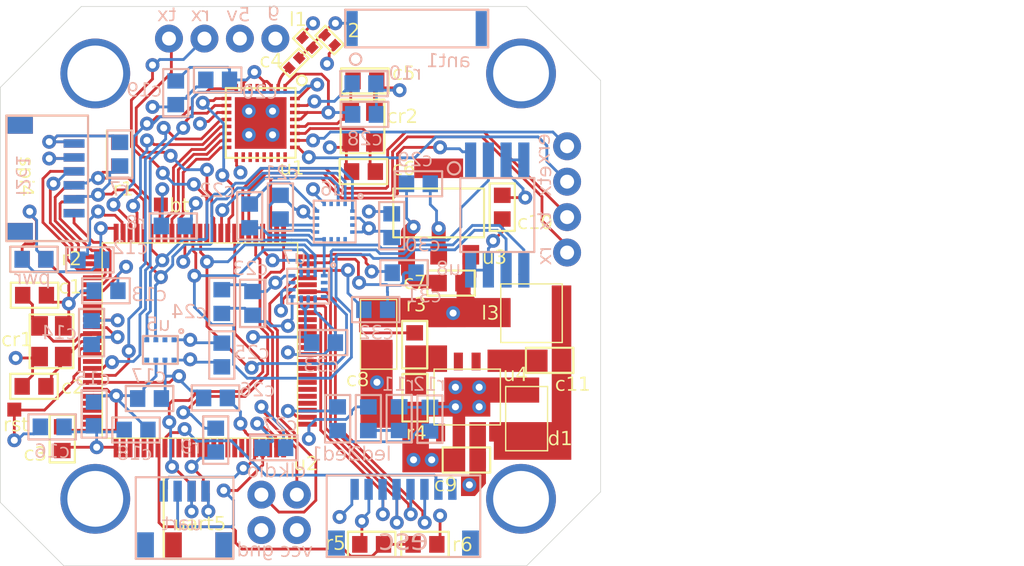
<source format=kicad_pcb>
(kicad_pcb (version 20241229) (generator "pcbnew") (generator_version "9.0")
  (layers (0 "F.Cu" signal "Top Layer") (4 "In1.Cu" signal "Mid-Layer 1") (6 "In2.Cu" signal "Mid-Layer 2") (2 "B.Cu" signal "Bottom Layer") (13 "F.Paste" user "Top Paste") (15 "B.Paste" user "Bottom Paste") (5 "F.SilkS" user "Top Overlay") (7 "B.SilkS" user "Bottom Overlay") (1 "F.Mask" user "Top Solder") (3 "B.Mask" user "Bottom Solder") (25 "Edge.Cuts" user))
  (net 0 "")
  (net 1 "tx5_2")
  (net 2 "ant")
  (net 3 "pe4")
  (net 4 "pe3")
  (net 5 "dcdc_boot")
  (net 6 "sence")
  (net 7 "drdy")
  (net 8 "fsync")
  (net 9 "sck4")
  (net 10 "miso4")
  (net 11 "mosi4")
  (net 12 "pwrled")
  (net 13 "v_bat")
  (net 14 "vin")
  (net 15 "current")
  (net 16 "pb7")
  (net 17 "esp_rx")
  (net 18 "esp_tx")
  (net 19 "espboot")
  (net 20 "loop")
  (net 21 "exti1")
  (net 22 "mosi2")
  (net 23 "miso2")
  (net 24 "sck2")
  (net 25 "cs4")
  (net 26 "ext_rstb")
  (net 27 "res12k")
  (net 28 "xtal_out")
  (net 29 "xtal_in")
  (net 30 "antcap")
  (net 31 "boot")
  (net 32 "qmc_setp")
  (net 33 "qmc_setc")
  (net 34 "qmc_c1")
  (net 35 "led2r")
  (net 36 "led1r")
  (net 37 "led2")
  (net 38 "led1")
  (net 39 "cs2")
  (net 40 "v5")
  (net 41 "vcap2")
  (net 42 "vcap1")
  (net 43 "nrst")
  (net 44 "cs1")
  (net 45 "dio")
  (net 46 "clk")
  (net 47 "ch4")
  (net 48 "ch3")
  (net 49 "ch2")
  (net 50 "ch1")
  (net 51 "osc_out")
  (net 52 "osc_in")
  (net 53 "tx5_1")
  (net 54 "rx5")
  (net 55 "tx4")
  (net 56 "rx4")
  (net 57 "tx3")
  (net 58 "rx3")
  (net 59 "tx2")
  (net 60 "rx2")
  (net 61 "scl")
  (net 62 "sck")
  (net 63 "sda")
  (net 64 "mosi")
  (net 65 "miso")
  (net 66 "vcc")
  (net 67 "gnd")
  (footprint "" (layer "F.Cu") (at 146.7011 87.2536)
    (property "Reference" "")
    (property "Value" "")
  )
  (footprint "" (layer "F.Cu") (at 128.0011 113.8536)
    (property "Reference" "")
    (property "Value" "")
  )
  (footprint "" (layer "F.Cu") (at 148.2411 122.4936)
    (property "Reference" "")
    (property "Value" "")
  )
  (footprint "" (layer "F.Cu") (at 133.8011 120.2536)
    (property "Reference" "")
    (property "Value" "")
  )
  (footprint "PcbLib1:0603" (layer "F.Cu") (at 162.81987 99.4536 180)
    (property "Reference" "c10")
    (property "Value" "Comment" (hide yes))
  )
  (footprint "" (layer "F.Cu") (at 167.6011 94.9736)
    (property "Reference" "")
    (property "Value" "")
  )
  (footprint "" (layer "F.Cu") (at 148.2411 119.9536)
    (property "Reference" "")
    (property "Value" "")
  )
  (footprint "PcbLib1:0402" (layer "F.Cu") (at 150.6011 87.3536 45)
    (property "Reference" "l2")
    (property "Value" "Comment" (hide yes))
  )
  (footprint "PcbLib1:1206" (layer "F.Cu") (at 153.3311 108.1936 -90)
    (property "Reference" "c8")
    (property "Value" "Comment" (hide yes))
  )
  (footprint "PcbLib1:0603" (layer "F.Cu") (at 153.48674 123.38254 90)
    (property "Reference" "r5")
    (property "Value" "Comment" (hide yes))
  )
  (footprint "PcbLib1:lqfp100" (layer "F.Cu") (at 132.29358 117.4536)
    (property "Reference" "u2")
    (property "Value" "Comment" (hide yes))
  )
  (footprint "" (layer "F.Cu") (at 167.6011 102.5936)
    (property "Reference" "")
    (property "Value" "")
  )
  (footprint "PcbLib1:0402" (layer "F.Cu") (at 148.05969 89.00508 -45)
    (property "Reference" "c4")
    (property "Value" "Comment" (hide yes))
  )
  (footprint "" (layer "F.Cu") (at 144.1611 87.2536)
    (property "Reference" "")
    (property "Value" "")
  )
  (footprint "" (layer "F.Cu") (at 141.6211 87.2536)
    (property "Reference" "")
    (property "Value" "")
  )
  (footprint "" (layer "F.Cu") (at 133.8011 89.7536)
    (property "Reference" "")
    (property "Value" "")
  )
  (footprint "" (layer "F.Cu") (at 145.7011 122.4936)
    (property "Reference" "")
    (property "Value" "")
  )
  (footprint "" (layer "F.Cu") (at 145.7011 119.9536)
    (property "Reference" "")
    (property "Value" "")
  )
  (footprint "PcbLib1:0603" (layer "F.Cu") (at 157.53215 123.6536 -90)
    (property "Reference" "r6")
    (property "Value" "Comment" (hide yes))
  )
  (footprint "PcbLib1:ams1117" (layer "F.Cu") (at 156.7161 100.3476)
    (property "Reference" "u3")
    (property "Value" "Comment" (hide yes))
  )
  (footprint "PcbLib1:0603" (layer "F.Cu") (at 156.83664 112.8902)
    (property "Reference" "r4")
    (property "Value" "Comment" (hide yes))
  )
  (footprint "PcbLib1:inductor" (layer "F.Cu") (at 165.0011 107.04337 -90)
    (property "Reference" "l3")
    (property "Value" "Comment" (hide yes))
  )
  (footprint "PcbLib1:0603" (layer "F.Cu") (at 129.3011 112.05236 90)
    (property "Reference" "c2")
    (property "Value" "Comment" (hide yes))
  )
  (footprint "PcbLib1:0603" (layer "F.Cu") (at 135.4011 95.6536 180)
    (property "Reference" "r1")
    (property "Value" "Comment" (hide yes))
  )
  (footprint "" (layer "F.Cu") (at 167.6011 97.5136)
    (property "Reference" "")
    (property "Value" "")
  )
  (footprint "PcbLib1:smd_crystall" (layer "F.Cu") (at 153.1111 93.4536 90)
    (property "Reference" "cr2")
    (property "Value" "Comment" (hide yes))
  )
  (footprint "PcbLib1:sh1.0-2" (layer "F.Cu") (at 142.3411 121.0136)
    (property "Reference" "uart5")
    (property "Value" "Comment" (hide yes))
  )
  (footprint "PcbLib1:esp8285" (layer "F.Cu") (at 147.0011 93.8536)
    (property "Reference" "u1")
    (property "Value" "Comment" (hide yes))
  )
  (footprint "PcbLib1:0603" (layer "F.Cu") (at 160.5011 117.605 -90)
    (property "Reference" "c9")
    (property "Value" "Comment" (hide yes))
  )
  (footprint "" (layer "F.Cu") (at 164.3011 89.7536)
    (property "Reference" "")
    (property "Value" "")
  )
  (footprint "" (layer "F.Cu") (at 138.5011 99.1536)
    (property "Reference" "")
    (property "Value" "")
  )
  (footprint "PcbLib1:0603" (layer "F.Cu") (at 152.9011 96.6536 90)
    (property "Reference" "c6")
    (property "Value" "Comment" (hide yes))
  )
  (footprint "PcbLib1:0603" (layer "F.Cu") (at 131.3011 116.0536 180)
    (property "Reference" "c3")
    (property "Value" "Comment" (hide yes))
  )
  (footprint "PcbLib1:0402" (layer "F.Cu") (at 149.0011 87.5536 45)
    (property "Reference" "l1")
    (property "Value" "Comment" (hide yes))
  )
  (footprint "PcbLib1:0603" (layer "F.Cu") (at 156.8159 109.08582)
    (property "Reference" "r3")
    (property "Value" "Comment" (hide yes))
  )
  (footprint "PcbLib1:0603" (layer "F.Cu") (at 129.5645 105.78915 -90)
    (property "Reference" "c1")
    (property "Value" "Comment" (hide yes))
  )
  (footprint "PcbLib1:SH1.0-6" (layer "F.Cu") (at 130.0011 96.1536 -90)
    (property "Reference" "spi4")
    (property "Value" "Comment" (hide yes))
  )
  (footprint "" (layer "F.Cu") (at 139.0811 87.2536)
    (property "Reference" "")
    (property "Value" "")
  )
  (footprint "PcbLib1:0603" (layer "F.Cu") (at 153.0011 90.1536 90)
    (property "Reference" "c5")
    (property "Value" "Comment" (hide yes))
  )
  (footprint "PcbLib1:SS34" (layer "F.Cu") (at 165.8011 114.4036 -90)
    (property "Reference" "d1")
    (property "Value" "Comment" (hide yes))
  )
  (footprint "PcbLib1:0603" (layer "F.Cu") (at 129.3011 102.94239 90)
    (property "Reference" "r2")
    (property "Value" "Comment" (hide yes))
  )
  (footprint "PcbLib1:smd_crystall" (layer "F.Cu") (at 130.5011 109.0536 -90)
    (property "Reference" "cr1")
    (property "Value" "Comment" (hide yes))
  )
  (footprint "PcbLib1:0603" (layer "F.Cu") (at 159.4011 104.91999 -90)
    (property "Reference" "c7")
    (property "Value" "Comment" (hide yes))
  )
  (footprint "" (layer "F.Cu") (at 167.6011 100.0536)
    (property "Reference" "")
    (property "Value" "")
  )
  (footprint "PcbLib1:tps5430" (layer "F.Cu") (at 162.8211 110.9536 -90)
    (property "Reference" "u4")
    (property "Value" "Comment" (hide yes))
  )
  (footprint "PcbLib1:0603" (layer "F.Cu") (at 166.4645 110.45817 -90)
    (property "Reference" "c11")
    (property "Value" "Comment" (hide yes))
  )
  (footprint "" (layer "F.Cu") (at 164.3011 120.2536)
    (property "Reference" "")
    (property "Value" "")
  )
  (footprint "PcbLib1:0603" (layer "B.Cu") (at 151.29679 114.62436)
    (property "Reference" "led1")
    (property "Value" "Comment" (hide yes))
  )
  (footprint "PcbLib1:0603" (layer "B.Cu") (at 153.5011 114.62436)
    (property "Reference" "led2")
    (property "Value" "Comment" (hide yes))
  )
  (footprint "PcbLib1:w25q" (layer "B.Cu") (at 162.6011 99.6536 180)
    (property "Reference" "u8")
    (property "Value" "Comment" (hide yes))
  )
  (footprint "PcbLib1:sh1.0-4" (layer "B.Cu") (at 140.0611 121.0136 180)
    (property "Reference" "uart")
    (property "Value" "Comment" (hide yes))
  )
  (footprint "PcbLib1:0603" (layer "B.Cu") (at 135.7011 95.6536)
    (property "Reference" "r7")
    (property "Value" "Comment" (hide yes))
  )
  (footprint "PcbLib1:0603" (layer "B.Cu") (at 156.83623 97.79819 -90)
    (property "Reference" "c29")
    (property "Value" "Comment" (hide yes))
  )
  (footprint "PcbLib1:0603" (layer "B.Cu") (at 146.7011 116.4536 90)
    (property "Reference" "c27")
    (property "Value" "Comment" (hide yes))
  )
  (footprint "PcbLib1:0603" (layer "B.Cu") (at 154.00354 106.5536 90)
    (property "Reference" "c32")
    (property "Value" "Comment" (hide yes))
  )
  (footprint "PcbLib1:0603" (layer "B.Cu") (at 139.7011 91.2536)
    (property "Reference" "c19")
    (property "Value" "Comment" (hide yes))
  )
  (footprint "PcbLib1:0603" (layer "B.Cu") (at 142.3011 113.1536 -90)
    (property "Reference" "c26")
    (property "Value" "Comment" (hide yes))
  )
  (footprint "PcbLib1:SH1.0-6" (layer "B.Cu") (at 130.0011 98.39364 90)
    (property "Reference" "i2c1")
    (property "Value" "Comment" (hide yes))
  )
  (footprint "PcbLib1:0603" (layer "B.Cu") (at 156.03769 103.9063 90)
    (property "Reference" "c31")
    (property "Value" "Comment" (hide yes))
  )
  (footprint "PcbLib1:0603" (layer "B.Cu") (at 130.6011 115.22894 -90)
    (property "Reference" "c16")
    (property "Value" "Comment" (hide yes))
  )
  (footprint "PcbLib1:0603" (layer "B.Cu") (at 142.45653 90.3536 -90)
    (property "Reference" "c20")
    (property "Value" "Comment" (hide yes))
  )
  (footprint "PcbLib1:SH1.0-8" (layer "B.Cu") (at 158.0011 121.8536 180)
    (property "Reference" "esc")
    (property "Value" "Comment" (hide yes))
  )
  (footprint "PcbLib1:0603" (layer "B.Cu") (at 153.1645 90.34928 90)
    (property "Reference" "r10")
    (property "Value" "Comment" (hide yes))
  )
  (footprint "PcbLib1:0603" (layer "B.Cu") (at 153.2011 92.5536 90)
    (property "Reference" "c28")
    (property "Value" "Comment" (hide yes))
  )
  (footprint "PcbLib1:0603" (layer "B.Cu") (at 133.4011 108.22309 180)
    (property "Reference" "c14")
    (property "Value" "Comment" (hide yes))
  )
  (footprint "PcbLib1:0603" (layer "B.Cu") (at 143.0011 110.0536)
    (property "Reference" "c25")
    (property "Value" "Comment" (hide yes))
  )
  (footprint "PcbLib1:0603" (layer "B.Cu") (at 137.8011 112.92716 90)
    (property "Reference" "c17")
    (property "Value" "Comment" (hide yes))
  )
  (footprint "PcbLib1:0603" (layer "B.Cu") (at 145.20541 106.3536)
    (property "Reference" "c23")
    (property "Value" "Comment" (hide yes))
  )
  (footprint "PcbLib1:0603" (layer "B.Cu") (at 144.72576 99.8536 180)
    (property "Reference" "c22")
    (property "Value" "Comment" (hide yes))
  )
  (footprint "PcbLib1:0603" (layer "B.Cu") (at 155.70541 114.617)
    (property "Reference" "r11")
    (property "Value" "Comment" (hide yes))
  )
  (footprint "PcbLib1:icm42688" (layer "B.Cu") (at 149.0511 105.0036 180)
    (property "Reference" "u7")
    (property "Value" "Comment" (hide yes))
  )
  (footprint "PcbLib1:0603" (layer "B.Cu") (at 154.9011 100.5536 180)
    (property "Reference" "c30")
    (property "Value" "Comment" (hide yes))
  )
  (footprint "PcbLib1:0603" (layer "B.Cu") (at 147.2011 99.4536)
    (property "Reference" "c21")
    (property "Value" "Comment" (hide yes))
  )
  (footprint "PcbLib1:0603" (layer "B.Cu") (at 136.60967 115.4536 -90)
    (property "Reference" "c18")
    (property "Value" "Comment" (hide yes))
  )
  (footprint "PcbLib1:qmc5883l" (layer "B.Cu") (at 151.0011 100.4536 180)
    (property "Reference" "u6")
    (property "Value" "Comment" (hide yes))
  )
  (footprint "PcbLib1:rainsun antenna" (layer "B.Cu") (at 156.9011 86.2536 180)
    (property "Reference" "ant1")
    (property "Value" "Comment" (hide yes))
  )
  (footprint "PcbLib1:0603" (layer "B.Cu") (at 139.5011 100.5536 90)
    (property "Reference" "r8")
    (property "Value" "Comment" (hide yes))
  )
  (footprint "PcbLib1:0603" (layer "B.Cu") (at 150.2645 108.91805 90)
    (property "Reference" "c33")
    (property "Value" "Comment" (hide yes))
  )
  (footprint "PcbLib1:0603" (layer "B.Cu") (at 157.90972 114.6536)
    (property "Reference" "r12")
    (property "Value" "Comment" (hide yes))
  )
  (footprint "PcbLib1:0603" (layer "B.Cu") (at 134.45935 105.46772 -90)
    (property "Reference" "c13")
    (property "Value" "Comment" (hide yes))
  )
  (footprint "PcbLib1:0603" (layer "B.Cu") (at 143.0011 106.22285)
    (property "Reference" "c24")
    (property "Value" "Comment" (hide yes))
  )
  (footprint "PcbLib1:0603" (layer "B.Cu") (at 133.58324 114.0536 180)
    (property "Reference" "c15")
    (property "Value" "Comment" (hide yes))
  )
  (footprint "PcbLib1:DPS368" (layer "B.Cu") (at 138.1011 109.5536 90)
    (property "Reference" "u5")
    (property "Value" "Comment" (hide yes))
  )
  (footprint "PcbLib1:0603" (layer "B.Cu") (at 142.29358 115.9286 180)
    (property "Reference" "r9")
    (property "Value" "Comment" (hide yes))
  )
  (footprint "PcbLib1:0603" (layer "B.Cu") (at 133.3011 103.2536 -90)
    (property "Reference" "c12")
    (property "Value" "Comment" (hide yes))
  )
  (footprint "PcbLib1:0603" (layer "B.Cu") (at 129.52359 102.94239 90)
    (property "Reference" "pwr")
    (property "Value" "Comment" (hide yes))
  )
  (gr_rect (start 143.8011 91.4536) (end 147.5011 95.1536) (fill yes) (layer "F.Cu") (net 67))
  (gr_circle (center 148.6011 90.2536) (end 148.6011 89.90005) (stroke (width 0.15)) (fill no) (layer "F.SilkS"))
  (gr_line (start 170.0011 90.2536) (end 164.7011 84.9536) (stroke (width 0.05)) (layer "Edge.Cuts"))
  (gr_line (start 132.8011 84.9536) (end 127.0011 90.7536) (stroke (width 0.05)) (layer "Edge.Cuts"))
  (gr_line (start 164.70055 125.0536) (end 170.0011 119.75305) (stroke (width 0.05)) (layer "Edge.Cuts"))
  (gr_line (start 170.0011 119.75305) (end 170.0011 90.2536) (stroke (width 0.05)) (layer "Edge.Cuts"))
  (gr_line (start 131.53188 125.0536) (end 164.70055 125.0536) (stroke (width 0.05)) (layer "Edge.Cuts"))
  (gr_line (start 127.0011 120.50752) (end 131.53188 125.0383) (stroke (width 0.05)) (layer "Edge.Cuts"))
  (gr_line (start 164.7011 84.9536) (end 132.8011 84.9536) (stroke (width 0.05)) (layer "Edge.Cuts"))
  (gr_line (start 131.53188 125.0383) (end 131.53188 125.0536) (stroke (width 0.05)) (layer "Edge.Cuts"))
  (gr_line (start 127.0011 90.7536) (end 127.0011 120.50752) (stroke (width 0.05)) (layer "Edge.Cuts"))
  (gr_text "rst" (at 127.2011 115.5761 360) (layer "F.SilkS") (effects (font (size 1 1) (thickness 0.1)) (justify left bottom)))
  (gr_text "bt" (at 139.11064 99.8545 360) (layer "F.SilkS") (effects (font (size 1 1) (thickness 0.1)) (justify left bottom)))
  (gr_text "vcc" (at 149.4011 124.5761 360) (layer "B.SilkS") (effects (font (size 1 1) (thickness 0.1)) (justify left bottom mirror)))
  (gr_text "erx" (at 166.52359 94.0536 90) (layer "B.SilkS") (effects (font (size 1 1) (thickness 0.1)) (justify left bottom mirror)))
  (gr_text "tx" (at 166.6236 99.6536 90) (layer "B.SilkS") (effects (font (size 1 1) (thickness 0.1)) (justify left bottom mirror)))
  (gr_text "rx" (at 166.6236 102.1536 90) (layer "B.SilkS") (effects (font (size 1 1) (thickness 0.1)) (justify left bottom mirror)))
  (gr_text "g" (at 147.0011 85.84284 360) (layer "B.SilkS") (effects (font (size 1 1) (thickness 0.1)) (justify left bottom mirror)))
  (gr_text "tx" (at 139.6011 86.1761 360) (layer "B.SilkS") (effects (font (size 1 1) (thickness 0.1)) (justify left bottom mirror)))
  (gr_text "gnd" (at 146.6011 124.54284 360) (layer "B.SilkS") (effects (font (size 1 1) (thickness 0.1)) (justify left bottom mirror)))
  (gr_text "rx" (at 142.0011 86.1761 360) (layer "B.SilkS") (effects (font (size 1 1) (thickness 0.1)) (justify left bottom mirror)))
  (gr_text "dio" (at 146.8011 118.8761 360) (layer "B.SilkS") (effects (font (size 1 1) (thickness 0.1)) (justify left bottom mirror)))
  (gr_text "etx" (at 166.6236 96.3536 90) (layer "B.SilkS") (effects (font (size 1 1) (thickness 0.1)) (justify left bottom mirror)))
  (gr_text "5v" (at 144.9011 86.1761 360) (layer "B.SilkS") (effects (font (size 1 1) (thickness 0.1)) (justify left bottom mirror)))
  (gr_text "clk" (at 148.9011 118.8761 360) (layer "B.SilkS") (effects (font (size 1 1) (thickness 0.1)) (justify left bottom mirror)))
  (segment (start 141.53897 119.54147) (end 141.7011 119.7036) (width 0.2) (layer "F.Cu") (net 1))
  (segment (start 140.7011 117.9536) (end 141.53897 118.79147) (width 0.2) (layer "F.Cu") (net 1))
  (segment (start 141.53897 119.54147) (end 141.53897 118.79147) (width 0.2) (layer "F.Cu") (net 1))
  (via (at 140.7011 117.9536) (size 1) (drill 0.50038) (layers "F.Cu" "B.Cu") (net 1))
  (segment (start 140.7011 117.9536) (end 141.3127 117.342) (width 0.2) (layer "B.Cu") (net 1))
  (segment (start 141.3127 117.342) (end 141.97913 117.342) (width 0.2) (layer "B.Cu") (net 1))
  (segment (start 141.97913 117.342) (end 142.42912 116.892) (width 0.2) (layer "B.Cu") (net 1))
  (segment (start 149.34961 87.91219) (end 149.34961 87.6779) (width 0.2) (layer "F.Cu") (net 2))
  (segment (start 150.02243 87.00508) (end 150.24251 87.00508) (width 0.2) (layer "F.Cu") (net 2))
  (segment (start 150.24251 86.77529) (end 150.66438 86.35342) (width 0.2) (layer "F.Cu") (net 2))
  (segment (start 149.14251 87.91219) (end 149.34961 87.91219) (width 0.2) (layer "F.Cu") (net 2))
  (segment (start 150.24251 87.00508) (end 150.24251 86.77529) (width 0.2) (layer "F.Cu") (net 2))
  (segment (start 149.34961 87.6779) (end 150.02243 87.00508) (width 0.2) (layer "F.Cu") (net 2))
  (segment (start 151.0011 86.24649) (end 151.0011 86.1536) (width 0.2) (layer "F.Cu") (net 2))
  (segment (start 148.4082 88.6465) (end 149.14251 87.91219) (width 0.2) (layer "F.Cu") (net 2))
  (via (at 151.0011 86.1536) (size 1) (drill 0.50038) (layers "F.Cu" "B.Cu") (net 2))
  (segment (start 152.2011 86.5336) (end 152.2011 86.4536) (width 0.2) (layer "B.Cu") (net 2))
  (segment (start 151.9011 86.1536) (end 151.9011 86.1536) (width 0.2) (layer "B.Cu") (net 2))
  (segment (start 151.9011 86.1536) (end 152.2011 86.4536) (width 0.2) (layer "B.Cu") (net 2))
  (segment (start 151.0011 86.1536) (end 151.9011 86.1536) (width 0.2) (layer "B.Cu") (net 2))
  (segment (start 133.51858 103.82861) (end 133.59358 103.90361) (width 0.2) (layer "F.Cu") (net 3))
  (segment (start 132.90142 103.8286) (end 132.90143 103.82861) (width 0.2) (layer "F.Cu") (net 3))
  (segment (start 132.90143 103.82861) (end 133.51858 103.82861) (width 0.2) (layer "F.Cu") (net 3))
  (segment (start 130.5811 96.7736) (end 132.2811 96.7736) (width 0.2) (layer "F.Cu") (net 3))
  (segment (start 132.55609 103.8286) (end 132.90142 103.8286) (width 0.2) (layer "F.Cu") (net 3))
  (segment (start 130.0511 100.43205) (end 130.0511 97.3036) (width 0.2) (layer "F.Cu") (net 3))
  (segment (start 131.78623 103.05874) (end 131.78623 102.16718) (width 0.2) (layer "F.Cu") (net 3))
  (segment (start 130.0511 100.43205) (end 131.78623 102.16718) (width 0.2) (layer "F.Cu") (net 3))
  (segment (start 130.0511 97.3036) (end 130.5811 96.7736) (width 0.2) (layer "F.Cu") (net 3))
  (segment (start 131.78623 103.05874) (end 132.55609 103.8286) (width 0.2) (layer "F.Cu") (net 3))
  (segment (start 132.13622 102.91377) (end 132.13622 102.0222) (width 0.2) (layer "F.Cu") (net 4))
  (segment (start 130.58111 98.09007) (end 130.8011 97.87008) (width 0.2) (layer "F.Cu") (net 4))
  (segment (start 132.13622 102.91377) (end 132.55105 103.3286) (width 0.2) (layer "F.Cu") (net 4))
  (segment (start 132.90142 103.3286) (end 132.90143 103.32861) (width 0.2) (layer "F.Cu") (net 4))
  (segment (start 130.58111 100.46709) (end 130.58111 98.09007) (width 0.2) (layer "F.Cu") (net 4))
  (segment (start 133.51858 103.32861) (end 133.59358 103.40361) (width 0.2) (layer "F.Cu") (net 4))
  (segment (start 130.58111 100.46709) (end 132.13622 102.0222) (width 0.2) (layer "F.Cu") (net 4))
  (segment (start 132.55105 103.3286) (end 132.90142 103.3286) (width 0.2) (layer "F.Cu") (net 4))
  (segment (start 132.90143 103.32861) (end 133.51858 103.32861) (width 0.2) (layer "F.Cu") (net 4))
  (segment (start 130.8011 97.87008) (end 130.8011 97.6536) (width 0.2) (layer "F.Cu") (net 4))
  (via (at 130.8011 97.6536) (size 1) (drill 0.50038) (layers "F.Cu" "B.Cu") (net 4))
  (segment (start 130.8011 97.6536) (end 130.95115 97.6536) (width 0.2) (layer "B.Cu") (net 4))
  (segment (start 131.8311 96.77365) (end 132.2811 96.77365) (width 0.2) (layer "B.Cu") (net 4))
  (segment (start 130.95115 97.6536) (end 131.8311 96.77365) (width 0.2) (layer "B.Cu") (net 4))
  (segment (start 142.79358 101.2036) (end 142.84734 101.14984) (width 0.2) (layer "F.Cu") (net 7))
  (segment (start 142.84734 99.60736) (end 142.9011 99.5536) (width 0.2) (layer "F.Cu") (net 7))
  (segment (start 142.84734 101.14984) (end 142.84734 99.60736) (width 0.2) (layer "F.Cu") (net 7))
  (via (at 142.9011 99.5536) (size 1) (drill 0.50038) (layers "F.Cu" "B.Cu") (net 7))
  (segment (start 145.95507 97.2536) (end 150.64459 97.2536) (width 0.2) (layer "B.Cu") (net 7))
  (segment (start 142.9011 99.5536) (end 144.1377 98.317) (width 0.2) (layer "B.Cu") (net 7))
  (segment (start 144.89167 98.317) (end 145.95507 97.2536) (width 0.2) (layer "B.Cu") (net 7))
  (segment (start 151.2011 99.1036) (end 151.2011 97.81011) (width 0.2) (layer "B.Cu") (net 7))
  (segment (start 144.1377 98.317) (end 144.89167 98.317) (width 0.2) (layer "B.Cu") (net 7))
  (segment (start 150.64459 97.2536) (end 151.2011 97.81011) (width 0.2) (layer "B.Cu") (net 7))
  (segment (start 147.24003 106.61467) (end 147.24003 105.9536) (width 0.2) (layer "F.Cu") (net 8))
  (segment (start 147.1011 106.7536) (end 147.24003 106.61467) (width 0.2) (layer "F.Cu") (net 8))
  (segment (start 148.21503 104.9786) (end 148.91858 104.9786) (width 0.2) (layer "F.Cu") (net 8))
  (segment (start 147.24003 105.9536) (end 148.21503 104.9786) (width 0.2) (layer "F.Cu") (net 8))
  (segment (start 148.91858 104.9786) (end 148.99358 104.90361) (width 0.2) (layer "F.Cu") (net 8))
  (via (at 147.1011 106.7536) (size 1) (drill 0.50038) (layers "F.Cu" "B.Cu") (net 8))
  (segment (start 147.13701 105.43417) (end 147.29258 105.2786) (width 0.2) (layer "B.Cu") (net 8))
  (segment (start 147.1011 106.7536) (end 147.13701 106.71769) (width 0.2) (layer "B.Cu") (net 8))
  (segment (start 147.29258 105.2786) (end 147.8761 105.2786) (width 0.2) (layer "B.Cu") (net 8))
  (segment (start 147.13701 106.71769) (end 147.13701 105.43417) (width 0.2) (layer "B.Cu") (net 8))
  (segment (start 147.8761 105.2786) (end 147.9011 105.2536) (width 0.2) (layer "B.Cu") (net 8))
  (segment (start 130.93111 100.32212) (end 130.93111 98.62359) (width 0.2) (layer "F.Cu") (net 9))
  (segment (start 132.6011 102.5536) (end 132.8761 102.82861) (width 0.2) (layer "F.Cu") (net 9))
  (segment (start 130.93111 98.62359) (end 131.5811 97.9736) (width 0.2) (layer "F.Cu") (net 9))
  (segment (start 130.93111 100.32212) (end 132.6011 101.99211) (width 0.2) (layer "F.Cu") (net 9))
  (segment (start 132.8761 102.82861) (end 133.51858 102.82861) (width 0.2) (layer "F.Cu") (net 9))
  (segment (start 133.51858 102.82861) (end 133.59358 102.9036) (width 0.2) (layer "F.Cu") (net 9))
  (segment (start 131.5811 97.9736) (end 132.0811 97.9736) (width 0.2) (layer "F.Cu") (net 9))
  (segment (start 132.6011 102.5536) (end 132.6011 101.99211) (width 0.2) (layer "F.Cu") (net 9))
  (segment (start 132.0811 97.9736) (end 132.2811 97.7736) (width 0.2) (layer "F.Cu") (net 9))
  (segment (start 133.59358 104.40361) (end 133.66858 104.32861) (width 0.2) (layer "F.Cu") (net 10))
  (segment (start 131.28111 99.08219) (end 131.39827 98.96503) (width 0.2) (layer "F.Cu") (net 10))
  (segment (start 131.39827 98.96503) (end 132.08967 98.96503) (width 0.2) (layer "F.Cu") (net 10))
  (segment (start 134.51858 104.18216) (end 134.51858 102.62505) (width 0.2) (layer "F.Cu") (net 10))
  (segment (start 134.34713 102.45361) (end 134.51858 102.62505) (width 0.2) (layer "F.Cu") (net 10))
  (segment (start 133.66858 104.32861) (end 134.37213 104.32861) (width 0.2) (layer "F.Cu") (net 10))
  (segment (start 132.08967 98.96503) (end 132.2811 98.7736) (width 0.2) (layer "F.Cu") (net 10))
  (segment (start 131.28111 100.17715) (end 133.55757 102.45361) (width 0.2) (layer "F.Cu") (net 10))
  (segment (start 131.28111 100.17715) (end 131.28111 99.08219) (width 0.2) (layer "F.Cu") (net 10))
  (segment (start 133.55757 102.45361) (end 134.34713 102.45361) (width 0.2) (layer "F.Cu") (net 10))
  (segment (start 134.37213 104.32861) (end 134.51858 104.18216) (width 0.2) (layer "F.Cu") (net 10))
  (segment (start 134.37212 104.82861) (end 134.86857 104.33217) (width 0.2) (layer "F.Cu") (net 11))
  (segment (start 132.2811 100.47687) (end 133.66802 101.86378) (width 0.2) (layer "F.Cu") (net 11))
  (segment (start 133.66858 104.82861) (end 134.37212 104.82861) (width 0.2) (layer "F.Cu") (net 11))
  (segment (start 134.86857 104.33217) (end 134.86857 102.48008) (width 0.2) (layer "F.Cu") (net 11))
  (segment (start 133.66802 101.86378) (end 134.25227 101.86378) (width 0.2) (layer "F.Cu") (net 11))
  (segment (start 133.59358 104.90361) (end 133.66858 104.82861) (width 0.2) (layer "F.Cu") (net 11))
  (segment (start 134.25227 101.86378) (end 134.86857 102.48008) (width 0.2) (layer "F.Cu") (net 11))
  (segment (start 132.2811 100.47687) (end 132.2811 99.7736) (width 0.2) (layer "F.Cu") (net 11))
  (segment (start 129.1011 99.82497) (end 129.1011 99.6536) (width 0.2) (layer "F.Cu") (net 12))
  (segment (start 128.5645 103.07793) (end 128.5645 102.17794) (width 0.2) (layer "F.Cu") (net 12))
  (segment (start 129.38071 101.97754) (end 129.5811 101.77715) (width 0.2) (layer "F.Cu") (net 12))
  (segment (start 128.5645 102.17794) (end 128.76489 101.97754) (width 0.2) (layer "F.Cu") (net 12))
  (segment (start 128.76489 101.97754) (end 129.38071 101.97754) (width 0.2) (layer "F.Cu") (net 12))
  (segment (start 129.5811 101.77715) (end 129.5811 100.30497) (width 0.2) (layer "F.Cu") (net 12))
  (segment (start 129.1011 99.82497) (end 129.5811 100.30497) (width 0.2) (layer "F.Cu") (net 12))
  (via (at 129.1011 99.6536) (size 1) (drill 0.50038) (layers "F.Cu" "B.Cu") (net 12))
  (segment (start 130.26019 103.07793) (end 130.26019 103.02793) (width 0.2) (layer "B.Cu") (net 12))
  (segment (start 129.6011 102.41884) (end 129.76019 102.57793) (width 0.2) (layer "B.Cu") (net 12))
  (segment (start 129.1011 99.78497) (end 129.1011 99.6536) (width 0.2) (layer "B.Cu") (net 12))
  (segment (start 129.1011 99.78497) (end 129.6011 100.28497) (width 0.2) (layer "B.Cu") (net 12))
  (segment (start 129.76019 102.57793) (end 129.81019 102.57793) (width 0.2) (layer "B.Cu") (net 12))
  (segment (start 129.81019 102.57793) (end 130.26019 103.02793) (width 0.2) (layer "B.Cu") (net 12))
  (segment (start 129.6011 102.41884) (end 129.6011 100.28497) (width 0.2) (layer "B.Cu") (net 12))
  (segment (start 144.30377 123.8536) (end 151.58211 123.8536) (width 0.2) (layer "F.Cu") (net 13))
  (segment (start 138.6647 122.2536) (end 143.55465 122.2536) (width 0.2) (layer "F.Cu") (net 13))
  (segment (start 143.8511 123.40093) (end 144.30377 123.8536) (width 0.2) (layer "F.Cu") (net 13))
  (segment (start 152.0966 124.36809) (end 153.63905 124.36809) (width 0.2) (layer "F.Cu") (net 13))
  (segment (start 154.45014 123.51806) (end 156.56875 123.51806) (width 0.2) (layer "F.Cu") (net 13))
  (segment (start 154.45014 123.56809) (end 154.45014 123.51809) (width 0.2) (layer "F.Cu") (net 13))
  (segment (start 153.98905 124.01809) (end 154.00014 124.01809) (width 0.2) (layer "F.Cu") (net 13))
  (segment (start 138.36858 117.29575) (end 138.36858 117.29576) (width 0.2) (layer "F.Cu") (net 13))
  (segment (start 153.63905 124.36809) (end 153.98905 124.01809) (width 0.2) (layer "F.Cu") (net 13))
  (segment (start 138.36858 117.29575) (end 138.36858 116.6786) (width 0.2) (layer "F.Cu") (net 13))
  (segment (start 151.58211 123.8536) (end 152.0966 124.36809) (width 0.2) (layer "F.Cu") (net 13))
  (segment (start 138.36858 121.95748) (end 138.6647 122.2536) (width 0.2) (layer "F.Cu") (net 13))
  (segment (start 143.8511 123.40093) (end 143.8511 122.55005) (width 0.2) (layer "F.Cu") (net 13))
  (segment (start 154.00014 124.01809) (end 154.45014 123.56809) (width 0.2) (layer "F.Cu") (net 13))
  (segment (start 138.36858 121.95748) (end 138.36858 117.29576) (width 0.2) (layer "F.Cu") (net 13))
  (segment (start 138.29358 116.6036) (end 138.36858 116.6786) (width 0.2) (layer "F.Cu") (net 13))
  (segment (start 143.55465 122.2536) (end 143.8511 122.55005) (width 0.2) (layer "F.Cu") (net 13))
  (segment (start 152.75014 123.51809) (end 152.9011 123.36714) (width 0.2) (layer "F.Cu") (net 14))
  (segment (start 152.9011 123.36714) (end 152.9011 121.8536) (width 0.2) (layer "F.Cu") (net 14))
  (via (at 152.9011 121.8536) (size 1) (drill 0.50038) (layers "F.Cu" "B.Cu") (net 14))
  (via (at 160.6011 119.2536) (size 1) (drill 0.50038) (layers "F.Cu" "B.Cu") (net 14))
  (segment (start 153.3811 119.5736) (end 153.4011 119.5936) (width 0.2) (layer "B.Cu") (net 14))
  (segment (start 152.9011 121.8536) (end 152.9011 121.72224) (width 0.2) (layer "B.Cu") (net 14))
  (segment (start 153.4011 121.22224) (end 153.4011 119.5936) (width 0.2) (layer "B.Cu") (net 14))
  (segment (start 152.9011 121.72224) (end 153.4011 121.22224) (width 0.2) (layer "B.Cu") (net 14))
  (segment (start 139.73462 115.5036) (end 139.98462 115.2536) (width 0.2) (layer "F.Cu") (net 15))
  (segment (start 139.98462 115.2536) (end 140.2011 115.2536) (width 0.2) (layer "F.Cu") (net 15))
  (segment (start 138.71858 116.77108) (end 138.86858 116.92109) (width 0.2) (layer "F.Cu") (net 15))
  (segment (start 138.79358 116.6036) (end 138.86858 116.5286) (width 0.2) (layer "F.Cu") (net 15))
  (segment (start 138.86858 115.82507) (end 139.19005 115.5036) (width 0.2) (layer "F.Cu") (net 15))
  (segment (start 139.19005 115.5036) (end 139.73462 115.5036) (width 0.2) (layer "F.Cu") (net 15))
  (segment (start 138.86858 116.5286) (end 138.86858 115.82507) (width 0.2) (layer "F.Cu") (net 15))
  (via (at 140.2011 115.2536) (size 1) (drill 0.50038) (layers "F.Cu" "B.Cu") (net 15))
  (segment (start 158.20968 119.40218) (end 158.20968 118.67076) (width 0.2) (layer "B.Cu") (net 15))
  (segment (start 158.20968 119.40218) (end 158.3811 119.5736) (width 0.2) (layer "B.Cu") (net 15))
  (segment (start 140.25361 115.30611) (end 141.0645 116.117) (width 0.2) (layer "B.Cu") (net 15))
  (segment (start 141.70058 116.117) (end 141.72557 116.09201) (width 0.2) (layer "B.Cu") (net 15))
  (segment (start 148.4011 118.5536) (end 148.4011 118.5536) (width 0.2) (layer "B.Cu") (net 15))
  (segment (start 146.0011 118.5536) (end 148.4011 118.5536) (width 0.2) (layer "B.Cu") (net 15))
  (segment (start 140.2011 115.2536) (end 140.25361 115.30611) (width 0.2) (layer "B.Cu") (net 15))
  (segment (start 143.53951 116.09201) (end 146.0011 118.5536) (width 0.2) (layer "B.Cu") (net 15))
  (segment (start 158.09252 118.5536) (end 158.20968 118.67076) (width 0.2) (layer "B.Cu") (net 15))
  (segment (start 141.72557 116.09201) (end 143.53951 116.09201) (width 0.2) (layer "B.Cu") (net 15))
  (segment (start 148.4011 118.5536) (end 158.09252 118.5536) (width 0.2) (layer "B.Cu") (net 15))
  (segment (start 141.0645 116.117) (end 141.70058 116.117) (width 0.2) (layer "B.Cu") (net 15))
  (segment (start 138.79358 100.21467) (end 139.4011 99.60715) (width 0.2) (layer "F.Cu") (net 16))
  (segment (start 141.64607 95.2036) (end 142.77107 94.0786) (width 0.2) (layer "F.Cu") (net 16))
  (segment (start 139.4011 99.60715) (end 139.4011 96.51426) (width 0.2) (layer "F.Cu") (net 16))
  (segment (start 140.71176 95.2036) (end 141.64607 95.2036) (width 0.2) (layer "F.Cu") (net 16))
  (segment (start 139.4011 96.51426) (end 140.71176 95.2036) (width 0.2) (layer "F.Cu") (net 16))
  (segment (start 143.1761 94.0786) (end 143.2011 94.0536) (width 0.2) (layer "F.Cu") (net 16))
  (segment (start 138.79358 101.2036) (end 138.79358 100.21467) (width 0.2) (layer "F.Cu") (net 16))
  (segment (start 142.77107 94.0786) (end 143.1761 94.0786) (width 0.2) (layer "F.Cu") (net 16))
  (segment (start 148.1011 94.5536) (end 149.4011 94.5536) (width 0.2) (layer "F.Cu") (net 17))
  (via (at 149.4011 94.5536) (size 1) (drill 0.50038) (layers "F.Cu" "B.Cu") (net 17))
  (segment (start 166.58111 93.95361) (end 167.6011 94.9736) (width 0.2) (layer "B.Cu") (net 17))
  (segment (start 150.19351 94.40053) (end 150.64043 93.95361) (width 0.2) (layer "B.Cu") (net 17))
  (segment (start 150.64043 93.95361) (end 166.58111 93.95361) (width 0.2) (layer "B.Cu") (net 17))
  (segment (start 149.4011 94.5536) (end 149.55417 94.40053) (width 0.2) (layer "B.Cu") (net 17))
  (segment (start 149.55417 94.40053) (end 150.19351 94.40053) (width 0.2) (layer "B.Cu") (net 17))
  (segment (start 148.1261 95.0786) (end 148.3511 95.0786) (width 0.2) (layer "F.Cu") (net 18))
  (segment (start 148.3511 95.0786) (end 149.0261 95.7536) (width 0.2) (layer "F.Cu") (net 18))
  (segment (start 149.0261 95.7536) (end 149.1011 95.7536) (width 0.2) (layer "F.Cu") (net 18))
  (segment (start 148.1011 95.0536) (end 148.1261 95.0786) (width 0.2) (layer "F.Cu") (net 18))
  (via (at 149.1011 95.7536) (size 1) (drill 0.50038) (layers "F.Cu" "B.Cu") (net 18))
  (segment (start 149.15109 95.8036) (end 156.69046 95.8036) (width 0.2) (layer "B.Cu") (net 18))
  (segment (start 166.1511 96.0636) (end 166.1511 94.9258) (width 0.2) (layer "B.Cu") (net 18))
  (segment (start 149.1011 95.7536) (end 149.15109 95.8036) (width 0.2) (layer "B.Cu") (net 18))
  (segment (start 167.06798 97.18048) (end 167.4011 97.5136) (width 0.2) (layer "B.Cu") (net 18))
  (segment (start 166.1511 96.0636) (end 167.6011 97.5136) (width 0.2) (layer "B.Cu") (net 18))
  (segment (start 158.19044 94.30361) (end 165.52891 94.30361) (width 0.2) (layer "B.Cu") (net 18))
  (segment (start 165.52891 94.30361) (end 166.1511 94.9258) (width 0.2) (layer "B.Cu") (net 18))
  (segment (start 156.69046 95.8036) (end 158.19044 94.30361) (width 0.2) (layer "B.Cu") (net 18))
  (segment (start 139.7511 96.65923) (end 140.85673 95.5536) (width 0.2) (layer "F.Cu") (net 19))
  (segment (start 142.7761 94.5786) (end 143.1761 94.5786) (width 0.2) (layer "F.Cu") (net 19))
  (segment (start 139.29358 100.20964) (end 139.7511 99.75213) (width 0.2) (layer "F.Cu") (net 19))
  (segment (start 141.8011 95.5536) (end 142.7761 94.5786) (width 0.2) (layer "F.Cu") (net 19))
  (segment (start 139.7511 99.75213) (end 139.7511 96.65923) (width 0.2) (layer "F.Cu") (net 19))
  (segment (start 139.29358 101.2036) (end 139.29358 100.20964) (width 0.2) (layer "F.Cu") (net 19))
  (segment (start 143.1761 94.5786) (end 143.2011 94.5536) (width 0.2) (layer "F.Cu") (net 19))
  (segment (start 140.85673 95.5536) (end 141.8011 95.5536) (width 0.2) (layer "F.Cu") (net 19))
  (segment (start 139.79358 100.20462) (end 140.1011 99.8971) (width 0.2) (layer "F.Cu") (net 21))
  (segment (start 141.04535 95.9036) (end 141.94607 95.9036) (width 0.2) (layer "F.Cu") (net 21))
  (segment (start 139.79358 101.2036) (end 139.79358 100.20462) (width 0.2) (layer "F.Cu") (net 21))
  (segment (start 140.1011 96.84785) (end 141.04535 95.9036) (width 0.2) (layer "F.Cu") (net 21))
  (segment (start 142.77107 95.0786) (end 143.1761 95.0786) (width 0.2) (layer "F.Cu") (net 21))
  (segment (start 141.94607 95.9036) (end 142.77107 95.0786) (width 0.2) (layer "F.Cu") (net 21))
  (segment (start 140.1011 99.8971) (end 140.1011 96.84785) (width 0.2) (layer "F.Cu") (net 21))
  (segment (start 143.1761 95.0786) (end 143.2011 95.0536) (width 0.2) (layer "F.Cu") (net 21))
  (segment (start 135.25109 111.40361) (end 136.2011 110.4536) (width 0.2) (layer "F.Cu") (net 22))
  (segment (start 141.4011 94.4536) (end 142.7761 93.0786) (width 0.2) (layer "F.Cu") (net 22))
  (segment (start 139.56677 94.4536) (end 141.4011 94.4536) (width 0.2) (layer "F.Cu") (net 22))
  (segment (start 138.76677 93.6536) (end 139.56677 94.4536) (width 0.2) (layer "F.Cu") (net 22))
  (segment (start 138.7011 93.6536) (end 138.76677 93.6536) (width 0.2) (layer "F.Cu") (net 22))
  (segment (start 136.2011 110.4536) (end 136.2011 109.6536) (width 0.2) (layer "F.Cu") (net 22))
  (segment (start 143.1761 93.0786) (end 143.2011 93.0536) (width 0.2) (layer "F.Cu") (net 22))
  (segment (start 133.59358 111.40361) (end 135.25109 111.40361) (width 0.2) (layer "F.Cu") (net 22))
  (segment (start 142.7761 93.0786) (end 143.1761 93.0786) (width 0.2) (layer "F.Cu") (net 22))
  (via (at 136.2011 109.6536) (size 1) (drill 0.50038) (layers "F.Cu" "B.Cu") (net 22))
  (via (at 138.7011 93.6536) (size 1) (drill 0.50038) (layers "F.Cu" "B.Cu") (net 22))
  (segment (start 136.2011 109.6536) (end 136.2011 107.3536) (width 0.2) (layer "B.Cu") (net 22))
  (segment (start 137.0511 106.5036) (end 137.0511 103.71365) (width 0.2) (layer "B.Cu") (net 22))
  (segment (start 137.3877 95.91137) (end 138.8441 94.45497) (width 0.2) (layer "B.Cu") (net 22))
  (segment (start 137.3877 103.37705) (end 137.3877 95.91137) (width 0.2) (layer "B.Cu") (net 22))
  (segment (start 136.2011 107.3536) (end 137.0511 106.5036) (width 0.2) (layer "B.Cu") (net 22))
  (segment (start 137.0511 103.71365) (end 137.3877 103.37705) (width 0.2) (layer "B.Cu") (net 22))
  (segment (start 138.7011 93.6536) (end 138.8441 93.7966) (width 0.2) (layer "B.Cu") (net 22))
  (segment (start 138.8441 94.45497) (end 138.8441 93.7966) (width 0.2) (layer "B.Cu") (net 22))
  (segment (start 140.1011 93.43712) (end 140.31678 93.22144) (width 0.2) (layer "F.Cu") (net 23))
  (segment (start 134.33461 110.90361) (end 134.78462 110.4536) (width 0.2) (layer "F.Cu") (net 23))
  (segment (start 134.78462 110.4536) (end 135.0011 110.4536) (width 0.2) (layer "F.Cu") (net 23))
  (segment (start 142.36175 92.0536) (end 143.2011 92.0536) (width 0.2) (layer "F.Cu") (net 23))
  (segment (start 140.31678 93.13792) (end 140.8511 92.6036) (width 0.2) (layer "F.Cu") (net 23))
  (segment (start 140.1011 93.6536) (end 140.1011 93.43712) (width 0.2) (layer "F.Cu") (net 23))
  (segment (start 141.81175 92.6036) (end 142.36175 92.0536) (width 0.2) (layer "F.Cu") (net 23))
  (segment (start 140.31678 93.22144) (end 140.31678 93.13792) (width 0.2) (layer "F.Cu") (net 23))
  (segment (start 134.26858 110.90361) (end 134.33461 110.90361) (width 0.2) (layer "F.Cu") (net 23))
  (segment (start 140.8511 92.6036) (end 141.81175 92.6036) (width 0.2) (layer "F.Cu") (net 23))
  (via (at 135.0011 110.4536) (size 1) (drill 0.50038) (layers "F.Cu" "B.Cu") (net 23))
  (via (at 140.1011 93.6536) (size 1) (drill 0.50038) (layers "F.Cu" "B.Cu") (net 23))
  (segment (start 137.7377 96.05634) (end 140.1011 93.69294) (width 0.2) (layer "B.Cu") (net 23))
  (segment (start 137.0011 107.04857) (end 137.4011 106.64857) (width 0.2) (layer "B.Cu") (net 23))
  (segment (start 140.1011 93.69294) (end 140.1011 93.6536) (width 0.2) (layer "B.Cu") (net 23))
  (segment (start 137.4011 106.64857) (end 137.4011 103.85863) (width 0.2) (layer "B.Cu") (net 23))
  (segment (start 137.4011 103.85863) (end 137.7377 103.52203) (width 0.2) (layer "B.Cu") (net 23))
  (segment (start 135.0011 110.4536) (end 135.0511 110.4036) (width 0.2) (layer "B.Cu") (net 23))
  (segment (start 137.7377 103.52203) (end 137.7377 96.05634) (width 0.2) (layer "B.Cu") (net 23))
  (segment (start 136.53394 110.4036) (end 137.0011 109.93644) (width 0.2) (layer "B.Cu") (net 23))
  (segment (start 137.0011 109.93644) (end 137.0011 107.04857) (width 0.2) (layer "B.Cu") (net 23))
  (segment (start 135.0511 110.4036) (end 136.53394 110.4036) (width 0.2) (layer "B.Cu") (net 23))
  (segment (start 141.5011 91.8536) (end 141.65417 91.70053) (width 0.2) (layer "F.Cu") (net 24))
  (segment (start 143.36858 100.18612) (end 143.6511 99.9036) (width 0.2) (layer "F.Cu") (net 24))
  (segment (start 142.4261 91.5536) (end 143.2011 91.5536) (width 0.2) (layer "F.Cu") (net 24))
  (segment (start 141.65417 91.70053) (end 142.27918 91.70053) (width 0.2) (layer "F.Cu") (net 24))
  (segment (start 142.91758 97.0536) (end 143.47502 97.61104) (width 0.2) (layer "F.Cu") (net 24))
  (segment (start 143.48575 97.61104) (end 143.6511 97.7764) (width 0.2) (layer "F.Cu") (net 24))
  (segment (start 143.29358 101.2036) (end 143.36858 101.1286) (width 0.2) (layer "F.Cu") (net 24))
  (segment (start 143.6511 99.9036) (end 143.6511 97.7764) (width 0.2) (layer "F.Cu") (net 24))
  (segment (start 143.47502 97.61104) (end 143.48575 97.61104) (width 0.2) (layer "F.Cu") (net 24))
  (segment (start 142.27918 91.70053) (end 142.4261 91.5536) (width 0.2) (layer "F.Cu") (net 24))
  (segment (start 143.36858 101.1286) (end 143.36858 100.18612) (width 0.2) (layer "F.Cu") (net 24))
  (segment (start 142.9011 97.0536) (end 142.91758 97.0536) (width 0.2) (layer "F.Cu") (net 24))
  (via (at 141.5011 91.8536) (size 1) (drill 0.50038) (layers "F.Cu" "B.Cu") (net 24))
  (via (at 142.9011 97.0536) (size 1) (drill 0.50038) (layers "F.Cu" "B.Cu") (net 24))
  (segment (start 142.9011 97.0536) (end 143.0011 96.9536) (width 0.2) (layer "B.Cu") (net 24))
  (segment (start 143.0011 96.9536) (end 143.0011 93.3536) (width 0.2) (layer "B.Cu") (net 24))
  (segment (start 141.5011 91.8536) (end 143.0011 93.3536) (width 0.2) (layer "B.Cu") (net 24))
  (segment (start 141.5011 94.8536) (end 142.7761 93.5786) (width 0.2) (layer "F.Cu") (net 25))
  (segment (start 142.7761 93.5786) (end 143.1761 93.5786) (width 0.2) (layer "F.Cu") (net 25))
  (segment (start 136.50979 99.4648) (end 136.79358 99.7486) (width 0.2) (layer "F.Cu") (net 25))
  (segment (start 137.5011 94.5536) (end 137.71758 94.5536) (width 0.2) (layer "F.Cu") (net 25))
  (segment (start 138.01758 94.8536) (end 141.5011 94.8536) (width 0.2) (layer "F.Cu") (net 25))
  (segment (start 143.1761 93.5786) (end 143.2011 93.5536) (width 0.2) (layer "F.Cu") (net 25))
  (segment (start 137.71758 94.5536) (end 138.01758 94.8536) (width 0.2) (layer "F.Cu") (net 25))
  (segment (start 136.79358 101.2036) (end 136.79358 99.7486) (width 0.2) (layer "F.Cu") (net 25))
  (segment (start 136.50979 99.4648) (end 136.50979 99.24832) (width 0.2) (layer "F.Cu") (net 25))
  (via (at 137.5011 94.5536) (size 1) (drill 0.50038) (layers "F.Cu" "B.Cu") (net 25))
  (via (at 136.50979 99.24832) (size 1) (drill 0.50038) (layers "F.Cu" "B.Cu") (net 25))
  (segment (start 136.50979 99.24832) (end 136.66286 99.09525) (width 0.2) (layer "B.Cu") (net 25))
  (segment (start 137.0377 95.7664) (end 137.5011 95.303) (width 0.2) (layer "B.Cu") (net 25))
  (segment (start 137.5011 95.303) (end 137.5011 94.5536) (width 0.2) (layer "B.Cu") (net 25))
  (segment (start 137.0377 98.39457) (end 137.0377 95.7664) (width 0.2) (layer "B.Cu") (net 25))
  (segment (start 136.66286 98.76941) (end 137.0377 98.39457) (width 0.2) (layer "B.Cu") (net 25))
  (segment (start 136.66286 99.09525) (end 136.66286 98.76941) (width 0.2) (layer "B.Cu") (net 25))
  (segment (start 137.5011 93.3536) (end 137.71758 93.3536) (width 0.2) (layer "F.Cu") (net 26))
  (segment (start 138.21758 92.8536) (end 140.0011 92.8536) (width 0.2) (layer "F.Cu") (net 26))
  (segment (start 140.7511 92.1036) (end 140.7511 91.54294) (width 0.2) (layer "F.Cu") (net 26))
  (segment (start 142.0011 90.8536) (end 143.9011 90.8536) (width 0.2) (layer "F.Cu") (net 26))
  (segment (start 140.0011 92.8536) (end 140.7511 92.1036) (width 0.2) (layer "F.Cu") (net 26))
  (segment (start 141.7511 91.1036) (end 142.0011 90.8536) (width 0.2) (layer "F.Cu") (net 26))
  (segment (start 135.1011 99.1536) (end 136.29326 100.34576) (width 0.2) (layer "F.Cu") (net 26))
  (segment (start 140.7511 91.54294) (end 141.19044 91.1036) (width 0.2) (layer "F.Cu") (net 26))
  (segment (start 136.29326 101.20328) (end 136.29358 101.2036) (width 0.2) (layer "F.Cu") (net 26))
  (segment (start 136.29326 101.20328) (end 136.29326 100.34576) (width 0.2) (layer "F.Cu") (net 26))
  (segment (start 148.3261 91.5536) (end 148.3261 91.5536) (width 0.2) (layer "F.Cu") (net 26))
  (segment (start 149.17303 90.70667) (end 149.54803 90.70667) (width 0.2) (layer "F.Cu") (net 26))
  (segment (start 148.3511 91.5286) (end 149.17303 90.70667) (width 0.2) (layer "F.Cu") (net 26))
  (segment (start 148.3511 91.5286) (end 148.3511 91.5286) (width 0.2) (layer "F.Cu") (net 26))
  (segment (start 148.3261 91.5536) (end 148.3511 91.5286) (width 0.2) (layer "F.Cu") (net 26))
  (segment (start 141.19044 91.1036) (end 141.7511 91.1036) (width 0.2) (layer "F.Cu") (net 26))
  (segment (start 137.71758 93.3536) (end 138.21758 92.8536) (width 0.2) (layer "F.Cu") (net 26))
  (segment (start 149.54803 90.70667) (end 149.7011 90.5536) (width 0.2) (layer "F.Cu") (net 26))
  (via (at 137.5011 93.3536) (size 1) (drill 0.50038) (layers "F.Cu" "B.Cu") (net 26))
  (via (at 135.1011 99.1536) (size 1) (drill 0.50038) (layers "F.Cu" "B.Cu") (net 26))
  (via (at 149.7011 90.5536) (size 1) (drill 0.50038) (layers "F.Cu" "B.Cu") (net 26))
  (segment (start 135.1011 99.1536) (end 135.1011 99.03872) (width 0.2) (layer "B.Cu") (net 26))
  (segment (start 137.54711 93.30759) (end 137.98645 93.30759) (width 0.2) (layer "B.Cu") (net 26))
  (segment (start 140.7511 92.84294) (end 140.7511 91.54294) (width 0.2) (layer "B.Cu") (net 26))
  (segment (start 149.6011 90.6536) (end 149.7011 90.5536) (width 0.2) (layer "B.Cu") (net 26))
  (segment (start 148.4511 91.1036) (end 148.9011 90.6536) (width 0.2) (layer "B.Cu") (net 26))
  (segment (start 135.1011 99.03872) (end 136.55979 97.58003) (width 0.2) (layer "B.Cu") (net 26))
  (segment (start 140.7511 91.54294) (end 141.19044 91.1036) (width 0.2) (layer "B.Cu") (net 26))
  (segment (start 141.7511 91.1036) (end 148.4511 91.1036) (width 0.2) (layer "B.Cu") (net 26))
  (segment (start 136.55979 97.58003) (end 136.55979 94.29491) (width 0.2) (layer "B.Cu") (net 26))
  (segment (start 141.19044 91.1036) (end 141.7511 91.1036) (width 0.2) (layer "B.Cu") (net 26))
  (segment (start 136.55979 94.29491) (end 137.54711 93.30759) (width 0.2) (layer "B.Cu") (net 26))
  (segment (start 148.9011 90.6536) (end 149.6011 90.6536) (width 0.2) (layer "B.Cu") (net 26))
  (segment (start 138.44044 92.8536) (end 140.74044 92.8536) (width 0.2) (layer "B.Cu") (net 26))
  (segment (start 140.74044 92.8536) (end 140.7511 92.84294) (width 0.2) (layer "B.Cu") (net 26))
  (segment (start 141.7511 91.1036) (end 141.7511 91.1036) (width 0.2) (layer "B.Cu") (net 26))
  (segment (start 137.98645 93.30759) (end 138.44044 92.8536) (width 0.2) (layer "B.Cu") (net 26))
  (segment (start 148.1011 92.0536) (end 148.98462 92.0536) (width 0.2) (layer "F.Cu") (net 27))
  (segment (start 149.28462 91.7536) (end 149.5011 91.7536) (width 0.2) (layer "F.Cu") (net 27))
  (segment (start 148.98462 92.0536) (end 149.28462 91.7536) (width 0.2) (layer "F.Cu") (net 27))
  (via (at 149.5011 91.7536) (size 1) (drill 0.50038) (layers "F.Cu" "B.Cu") (net 27))
  (segment (start 150.93232 91.7536) (end 151.7011 90.98482) (width 0.2) (layer "B.Cu") (net 27))
  (segment (start 151.7011 90.98482) (end 151.7511 90.98482) (width 0.2) (layer "B.Cu") (net 27))
  (segment (start 152.2011 90.53483) (end 152.2011 90.48483) (width 0.2) (layer "B.Cu") (net 27))
  (segment (start 151.7511 90.98482) (end 152.2011 90.53483) (width 0.2) (layer "B.Cu") (net 27))
  (segment (start 149.5011 91.7536) (end 150.93232 91.7536) (width 0.2) (layer "B.Cu") (net 27))
  (segment (start 153.48769 96.41234) (end 153.48769 94.967) (width 0.2) (layer "F.Cu") (net 28))
  (segment (start 152.9511 93.7036) (end 153.8011 94.5536) (width 0.2) (layer "F.Cu") (net 28))
  (segment (start 153.48769 94.967) (end 153.8011 94.6536) (width 0.2) (layer "F.Cu") (net 28))
  (segment (start 148.84044 94.0536) (end 149.19044 93.7036) (width 0.2) (layer "F.Cu") (net 28))
  (segment (start 153.8011 94.6536) (end 153.8011 94.5536) (width 0.2) (layer "F.Cu") (net 28))
  (segment (start 149.19044 93.7036) (end 152.9511 93.7036) (width 0.2) (layer "F.Cu") (net 28))
  (segment (start 153.48769 96.41234) (end 153.8645 96.78915) (width 0.2) (layer "F.Cu") (net 28))
  (segment (start 148.1011 94.0536) (end 148.84044 94.0536) (width 0.2) (layer "F.Cu") (net 28))
  (segment (start 152.1011 90.45255) (end 152.2645 90.28915) (width 0.2) (layer "F.Cu") (net 29))
  (segment (start 148.1011 93.5536) (end 148.84547 93.5536) (width 0.2) (layer "F.Cu") (net 29))
  (segment (start 151.6011 93.0536) (end 151.8145 92.8402) (width 0.2) (layer "F.Cu") (net 29))
  (segment (start 151.1446 93.3536) (end 151.4446 93.0536) (width 0.2) (layer "F.Cu") (net 29))
  (segment (start 151.8145 92.8402) (end 151.8145 92.4536) (width 0.2) (layer "F.Cu") (net 29))
  (segment (start 151.4446 93.0536) (end 151.6011 93.0536) (width 0.2) (layer "F.Cu") (net 29))
  (segment (start 152.1011 92.4536) (end 152.1011 90.45255) (width 0.2) (layer "F.Cu") (net 29))
  (segment (start 151.7877 92.4536) (end 152.1011 92.4536) (width 0.2) (layer "F.Cu") (net 29))
  (segment (start 148.84547 93.5536) (end 149.04547 93.3536) (width 0.2) (layer "F.Cu") (net 29))
  (segment (start 149.04547 93.3536) (end 151.1446 93.3536) (width 0.2) (layer "F.Cu") (net 29))
  (segment (start 147.39607 89.65863) (end 147.7011 89.3536) (width 0.2) (layer "F.Cu") (net 30))
  (arc (start 146.90109 90.8536) (mid 147.02973 90.206884) (end 147.396065 89.658625) (width 0.2) (layer "F.Cu") (net 30))
  (segment (start 138.44358 99.21112) (end 138.6011 99.0536) (width 0.2) (layer "F.Cu") (net 31))
  (segment (start 138.3011 100.2536) (end 138.44358 100.11112) (width 0.2) (layer "F.Cu") (net 31))
  (segment (start 138.6011 99.0536) (end 138.6011 98.0536) (width 0.2) (layer "F.Cu") (net 31))
  (segment (start 138.3011 101.3786) (end 138.3011 100.2536) (width 0.2) (layer "F.Cu") (net 31))
  (segment (start 138.44358 100.11112) (end 138.44358 99.21112) (width 0.2) (layer "F.Cu") (net 31))
  (via (at 138.6011 98.0536) (size 1) (drill 0.50038) (layers "F.Cu" "B.Cu") (net 31))
  (segment (start 138.6011 100.62574) (end 138.6011 98.0536) (width 0.2) (layer "B.Cu") (net 31))
  (segment (start 138.5377 100.68915) (end 138.6011 100.62574) (width 0.2) (layer "B.Cu") (net 31))
  (segment (start 146.22543 101.34859) (end 149.09609 101.34859) (width 0.2) (layer "B.Cu") (net 32))
  (segment (start 144.8613 100.817) (end 145.69384 100.817) (width 0.2) (layer "B.Cu") (net 32))
  (segment (start 149.09609 101.34859) (end 149.3911 101.6436) (width 0.2) (layer "B.Cu") (net 32))
  (segment (start 145.69384 100.817) (end 146.22543 101.34859) (width 0.2) (layer "B.Cu") (net 32))
  (segment (start 149.3911 101.6436) (end 150.2011 101.6436) (width 0.2) (layer "B.Cu") (net 32))
  (segment (start 149.6461 99.6236) (end 149.6811 99.6236) (width 0.2) (layer "B.Cu") (net 33))
  (segment (start 144.8613 99.117) (end 144.9113 99.117) (width 0.2) (layer "B.Cu") (net 33))
  (segment (start 147.71175 97.6036) (end 149.6211 99.51295) (width 0.2) (layer "B.Cu") (net 33))
  (segment (start 145.54667 98.4536) (end 145.54667 98.4536) (width 0.2) (layer "B.Cu") (net 33))
  (segment (start 145.54667 98.48163) (end 145.54667 98.4536) (width 0.2) (layer "B.Cu") (net 33))
  (segment (start 149.6211 99.5986) (end 149.6211 99.51295) (width 0.2) (layer "B.Cu") (net 33))
  (segment (start 144.9113 99.117) (end 145.54667 98.48163) (width 0.2) (layer "B.Cu") (net 33))
  (segment (start 145.54667 98.4536) (end 146.39667 97.6036) (width 0.2) (layer "B.Cu") (net 33))
  (segment (start 149.6211 99.5986) (end 149.6461 99.6236) (width 0.2) (layer "B.Cu") (net 33))
  (segment (start 146.39667 97.6036) (end 147.71175 97.6036) (width 0.2) (layer "B.Cu") (net 33))
  (segment (start 147.06555 100.1902) (end 147.49896 100.6236) (width 0.2) (layer "B.Cu") (net 34))
  (segment (start 147.49896 100.6236) (end 149.6811 100.6236) (width 0.2) (layer "B.Cu") (net 34))
  (segment (start 151.21125 115.36095) (end 152.01124 116.16095) (width 0.2) (layer "B.Cu") (net 35))
  (segment (start 152.01124 116.16095) (end 156.26606 116.16095) (width 0.2) (layer "B.Cu") (net 35))
  (segment (start 156.57011 115.8569) (end 156.57011 115.69426) (width 0.2) (layer "B.Cu") (net 35))
  (segment (start 156.57011 115.69426) (end 156.87417 115.3902) (width 0.2) (layer "B.Cu") (net 35))
  (segment (start 156.87417 115.3902) (end 157.77417 115.3902) (width 0.2) (layer "B.Cu") (net 35))
  (segment (start 151.16125 115.36095) (end 151.21125 115.36095) (width 0.2) (layer "B.Cu") (net 35))
  (segment (start 156.26606 116.16095) (end 156.57011 115.8569) (width 0.2) (layer "B.Cu") (net 35))
  (segment (start 153.3729 115.3536) (end 155.56986 115.3536) (width 0.2) (layer "B.Cu") (net 36))
  (segment (start 153.36555 115.36095) (end 153.3729 115.3536) (width 0.2) (layer "B.Cu") (net 36))
  (segment (start 148.19258 114.32861) (end 148.52418 114.32861) (width 0.2) (layer "F.Cu") (net 37))
  (segment (start 147.81758 113.9536) (end 148.19258 114.32861) (width 0.2) (layer "F.Cu") (net 37))
  (segment (start 148.52418 114.32861) (end 148.57418 114.3786) (width 0.2) (layer "F.Cu") (net 37))
  (segment (start 147.6011 113.9536) (end 147.81758 113.9536) (width 0.2) (layer "F.Cu") (net 37))
  (via (at 147.6011 113.9536) (size 1) (drill 0.50038) (layers "F.Cu" "B.Cu") (net 37))
  (segment (start 150.8686 113.9536) (end 151.16125 113.66095) (width 0.2) (layer "B.Cu") (net 37))
  (segment (start 147.6011 113.9536) (end 150.8686 113.9536) (width 0.2) (layer "B.Cu") (net 37))
  (segment (start 149.1011 114.9786) (end 149.1761 114.9036) (width 0.2) (layer "F.Cu") (net 38))
  (segment (start 149.1761 114.9036) (end 149.21355 114.9036) (width 0.2) (layer "F.Cu") (net 38))
  (segment (start 149.1011 115.9536) (end 149.1011 114.9786) (width 0.2) (layer "F.Cu") (net 38))
  (via (at 149.1011 115.9536) (size 1) (drill 0.50038) (layers "F.Cu" "B.Cu") (net 38))
  (segment (start 152.16517 114.16057) (end 152.16517 113.96134) (width 0.2) (layer "B.Cu") (net 38))
  (segment (start 152.46556 113.66095) (end 153.36555 113.66095) (width 0.2) (layer "B.Cu") (net 38))
  (segment (start 149.58904 114.56095) (end 151.76479 114.56095) (width 0.2) (layer "B.Cu") (net 38))
  (segment (start 149.1011 115.0489) (end 149.58904 114.56095) (width 0.2) (layer "B.Cu") (net 38))
  (segment (start 151.76479 114.56095) (end 152.16517 114.16057) (width 0.2) (layer "B.Cu") (net 38))
  (segment (start 152.16517 113.96134) (end 152.46556 113.66095) (width 0.2) (layer "B.Cu") (net 38))
  (segment (start 149.1011 115.9536) (end 149.1011 115.0489) (width 0.2) (layer "B.Cu") (net 38))
  (segment (start 146.29358 101.2036) (end 146.36858 101.1286) (width 0.2) (layer "F.Cu") (net 39))
  (segment (start 146.36858 97.37076) (end 146.48574 97.2536) (width 0.2) (layer "F.Cu") (net 39))
  (segment (start 155.4484 98.36696) (end 155.4484 95.52076) (width 0.2) (layer "F.Cu") (net 39))
  (segment (start 150.00613 97.2536) (end 151.44167 98.68914) (width 0.2) (layer "F.Cu") (net 39))
  (segment (start 155.4484 95.52076) (end 155.91556 95.0536) (width 0.2) (layer "F.Cu") (net 39))
  (segment (start 146.36858 101.1286) (end 146.36858 97.37076) (width 0.2) (layer "F.Cu") (net 39))
  (segment (start 146.48574 97.2536) (end 150.00613 97.2536) (width 0.2) (layer "F.Cu") (net 39))
  (segment (start 155.12622 98.68914) (end 155.4484 98.36696) (width 0.2) (layer "F.Cu") (net 39))
  (segment (start 155.91556 95.0536) (end 158.5011 95.0536) (width 0.2) (layer "F.Cu") (net 39))
  (segment (start 151.44167 98.68914) (end 155.12622 98.68914) (width 0.2) (layer "F.Cu") (net 39))
  (via (at 158.5011 95.0536) (size 1) (drill 0.50038) (layers "F.Cu" "B.Cu") (net 39))
  (segment (start 158.59843 95.15093) (end 159.88843 95.15093) (width 0.2) (layer "B.Cu") (net 39))
  (segment (start 160.3911 95.37076) (end 160.6911 95.67076) (width 0.2) (layer "B.Cu") (net 39))
  (segment (start 160.10826 95.37076) (end 160.3911 95.37076) (width 0.2) (layer "B.Cu") (net 39))
  (segment (start 159.88843 95.15093) (end 160.10826 95.37076) (width 0.2) (layer "B.Cu") (net 39))
  (segment (start 160.6911 95.9536) (end 160.6911 95.67076) (width 0.2) (layer "B.Cu") (net 39))
  (segment (start 158.5011 95.0536) (end 158.59843 95.15093) (width 0.2) (layer "B.Cu") (net 39))
  (segment (start 160.18769 105.7402) (end 160.6011 106.1536) (width 1) (layer "F.Cu") (net 40))
  (segment (start 160.3944 104.47775) (end 160.6011 104.27104) (width 1) (layer "F.Cu") (net 40))
  (segment (start 160.18769 105.7402) (end 160.18769 104.83445) (width 1) (layer "F.Cu") (net 40))
  (segment (start 152.8011 108.23644) (end 152.91825 108.3536) (width 0.2) (layer "F.Cu") (net 40))
  (segment (start 156.67598 108.3536) (end 156.68035 108.34923) (width 0.2) (layer "F.Cu") (net 40))
  (segment (start 160.1377 104.78445) (end 160.1377 104.73445) (width 1) (layer "F.Cu") (net 40))
  (segment (start 152.91825 108.3536) (end 156.67598 108.3536) (width 0.2) (layer "F.Cu") (net 40))
  (segment (start 160.1377 104.73445) (end 160.3944 104.47775) (width 1) (layer "F.Cu") (net 40))
  (segment (start 152.8011 108.23644) (end 152.8011 106.99884) (width 0.2) (layer "F.Cu") (net 40))
  (segment (start 160.6011 104.27104) (end 160.6011 102.8536) (width 1) (layer "F.Cu") (net 40))
  (segment (start 160.1377 104.78445) (end 160.18769 104.83445) (width 1) (layer "F.Cu") (net 40))
  (segment (start 160.6011 102.8536) (end 160.7011 102.7536) (width 1) (layer "F.Cu") (net 40))
  (via (at 159.43498 106.9343) (size 1) (drill 0.50038) (layers "F.Cu" "B.Cu") (net 40))
  (segment (start 144.55747 115.48718) (end 144.55747 115.42645) (width 0.2) (layer "F.Cu") (net 41))
  (segment (start 144.2011 115.07008) (end 144.55747 115.42645) (width 0.2) (layer "F.Cu") (net 41))
  (segment (start 144.2011 115.07008) (end 144.2011 114.8536) (width 0.2) (layer "F.Cu") (net 41))
  (segment (start 144.55747 115.48718) (end 144.74889 115.6786) (width 0.2) (layer "F.Cu") (net 41))
  (segment (start 146.21858 116.0286) (end 146.29358 116.1036) (width 0.2) (layer "F.Cu") (net 41))
  (segment (start 146.21857 115.91144) (end 146.21858 115.91146) (width 0.2) (layer "F.Cu") (net 41))
  (segment (start 144.74889 115.6786) (end 146.07212 115.6786) (width 0.2) (layer "F.Cu") (net 41))
  (segment (start 146.07212 115.6786) (end 146.21857 115.82505) (width 0.2) (layer "F.Cu") (net 41))
  (segment (start 146.29358 116.6036) (end 146.29358 116.1036) (width 0.2) (layer "F.Cu") (net 41))
  (segment (start 146.21857 115.91144) (end 146.21857 115.82505) (width 0.2) (layer "F.Cu") (net 41))
  (segment (start 146.21858 116.0286) (end 146.21858 115.91146) (width 0.2) (layer "F.Cu") (net 41))
  (via (at 144.2011 114.8536) (size 1) (drill 0.50038) (layers "F.Cu" "B.Cu") (net 41))
  (segment (start 144.2011 114.8536) (end 144.2011 114.00466) (width 0.2) (layer "B.Cu") (net 41))
  (segment (start 143.2645 113.06806) (end 143.2645 113.01806) (width 0.2) (layer "B.Cu") (net 41))
  (segment (start 143.2645 113.06806) (end 144.2011 114.00466) (width 0.2) (layer "B.Cu") (net 41))
  (segment (start 151.8761 103.8786) (end 151.9011 103.8536) (width 0.2) (layer "F.Cu") (net 42))
  (segment (start 149.01858 103.8786) (end 151.8761 103.8786) (width 0.2) (layer "F.Cu") (net 42))
  (segment (start 148.99358 103.9036) (end 149.01858 103.8786) (width 0.2) (layer "F.Cu") (net 42))
  (via (at 151.9011 103.8536) (size 1) (drill 0.50038) (layers "F.Cu" "B.Cu") (net 42))
  (segment (start 151.9011 105.50011) (end 153.04014 106.63914) (width 0.2) (layer "B.Cu") (net 42))
  (segment (start 151.9011 105.50011) (end 151.9011 103.8536) (width 0.2) (layer "B.Cu") (net 42))
  (segment (start 153.04014 106.68914) (end 153.04014 106.63914) (width 0.2) (layer "B.Cu") (net 42))
  (segment (start 132.2645 111.7902) (end 132.2645 111.4902) (width 0.2) (layer "F.Cu") (net 43))
  (segment (start 130.16555 113.88915) (end 132.2645 111.7902) (width 0.2) (layer "F.Cu") (net 43))
  (segment (start 132.66858 111.08612) (end 132.66858 109.62507) (width 0.2) (layer "F.Cu") (net 43))
  (segment (start 132.2645 111.4902) (end 132.66858 111.08612) (width 0.2) (layer "F.Cu") (net 43))
  (segment (start 128.0011 116.0536) (end 128.0011 113.8536) (width 0.2) (layer "F.Cu") (net 43))
  (segment (start 128.0011 113.8536) (end 128.36555 113.88915) (width 0.2) (layer "F.Cu") (net 43))
  (segment (start 133.51858 109.4786) (end 133.59358 109.40361) (width 0.2) (layer "F.Cu") (net 43))
  (segment (start 132.81504 109.4786) (end 133.51858 109.4786) (width 0.2) (layer "F.Cu") (net 43))
  (segment (start 128.36555 113.88915) (end 130.16555 113.88915) (width 0.2) (layer "F.Cu") (net 43))
  (segment (start 132.66858 109.62507) (end 132.81504 109.4786) (width 0.2) (layer "F.Cu") (net 43))
  (via (at 128.0011 116.0536) (size 1) (drill 0.50038) (layers "F.Cu" "B.Cu") (net 43))
  (segment (start 129.8645 115.1434) (end 129.8645 115.0934) (width 0.2) (layer "B.Cu") (net 43))
  (segment (start 128.0011 116.0536) (end 128.21205 116.0536) (width 0.2) (layer "B.Cu") (net 43))
  (segment (start 128.67226 115.5934) (end 129.4145 115.5934) (width 0.2) (layer "B.Cu") (net 43))
  (segment (start 129.4145 115.5934) (end 129.8645 115.1434) (width 0.2) (layer "B.Cu") (net 43))
  (segment (start 128.21205 116.0536) (end 128.67226 115.5934) (width 0.2) (layer "B.Cu") (net 43))
  (segment (start 145.79358 102.44608) (end 146.5011 103.1536) (width 0.2) (layer "F.Cu") (net 44))
  (segment (start 145.79358 102.44608) (end 145.79358 101.2036) (width 0.2) (layer "F.Cu") (net 44))
  (via (at 146.5011 103.1536) (size 1) (drill 0.50038) (layers "F.Cu" "B.Cu") (net 44))
  (segment (start 148.5261 104.0786) (end 148.5511 104.1036) (width 0.2) (layer "B.Cu") (net 44))
  (segment (start 146.5011 103.1536) (end 148.40894 103.1536) (width 0.2) (layer "B.Cu") (net 44))
  (segment (start 148.40894 103.1536) (end 148.5261 103.27076) (width 0.2) (layer "B.Cu") (net 44))
  (segment (start 148.5261 104.0786) (end 148.5261 103.27076) (width 0.2) (layer "B.Cu") (net 44))
  (segment (start 146.3011 107.62337) (end 146.3011 106.25864) (width 0.2) (layer "F.Cu") (net 45))
  (segment (start 148.13773 104.42201) (end 148.97517 104.42201) (width 0.2) (layer "F.Cu") (net 45))
  (segment (start 149.6011 120.36136) (end 149.6011 117.51426) (width 0.2) (layer "F.Cu") (net 45))
  (segment (start 148.06858 115.98174) (end 148.06858 115.53114) (width 0.2) (layer "F.Cu") (net 45))
  (segment (start 146.8511 114.31366) (end 146.8511 108.17337) (width 0.2) (layer "F.Cu") (net 45))
  (segment (start 148.75886 121.2036) (end 149.6011 120.36136) (width 0.2) (layer "F.Cu") (net 45))
  (segment (start 146.9511 121.2036) (end 148.75886 121.2036) (width 0.2) (layer "F.Cu") (net 45))
  (segment (start 146.3011 106.25864) (end 148.13773 104.42201) (width 0.2) (layer "F.Cu") (net 45))
  (segment (start 146.8511 114.31366) (end 148.06858 115.53114) (width 0.2) (layer "F.Cu") (net 45))
  (segment (start 145.7011 119.9536) (end 146.9511 121.2036) (width 0.2) (layer "F.Cu") (net 45))
  (segment (start 148.97517 104.42201) (end 148.99358 104.40361) (width 0.2) (layer "F.Cu") (net 45))
  (segment (start 148.06858 115.98174) (end 149.6011 117.51426) (width 0.2) (layer "F.Cu") (net 45))
  (segment (start 146.3011 107.62337) (end 146.8511 108.17337) (width 0.2) (layer "F.Cu") (net 45))
  (segment (start 145.9511 107.76834) (end 145.9511 104.8036) (width 0.2) (layer "F.Cu") (net 46))
  (segment (start 145.9511 104.8036) (end 145.9511 104.8036) (width 0.2) (layer "F.Cu") (net 46))
  (segment (start 146.39044 104.0036) (end 147.0511 104.0036) (width 0.2) (layer "F.Cu") (net 46))
  (segment (start 147.0511 104.0036) (end 147.29358 103.76112) (width 0.2) (layer "F.Cu") (net 46))
  (segment (start 146.5011 114.45864) (end 146.5011 108.31834) (width 0.2) (layer "F.Cu") (net 46))
  (segment (start 146.5011 114.45864) (end 147.71858 115.67612) (width 0.2) (layer "F.Cu") (net 46))
  (segment (start 145.9511 104.8036) (end 145.9511 104.44294) (width 0.2) (layer "F.Cu") (net 46))
  (segment (start 145.9511 107.76834) (end 146.5011 108.31834) (width 0.2) (layer "F.Cu") (net 46))
  (segment (start 147.71858 116.12671) (end 148.2411 116.64923) (width 0.2) (layer "F.Cu") (net 46))
  (segment (start 145.9511 104.44294) (end 146.39044 104.0036) (width 0.2) (layer "F.Cu") (net 46))
  (segment (start 147.29358 103.76112) (end 147.29358 101.2036) (width 0.2) (layer "F.Cu") (net 46))
  (segment (start 147.71858 116.12671) (end 147.71858 115.67612) (width 0.2) (layer "F.Cu") (net 46))
  (segment (start 148.2411 120.25864) (end 148.2411 116.64923) (width 0.2) (layer "F.Cu") (net 46))
  (segment (start 151.0011 114.89294) (end 151.0011 106.06781) (width 0.2) (layer "F.Cu") (net 47))
  (segment (start 157.26176 121.81426) (end 157.4011 121.9536) (width 0.2) (layer "F.Cu") (net 47))
  (segment (start 150.3369 105.4036) (end 151.0011 106.06781) (width 0.2) (layer "F.Cu") (net 47))
  (segment (start 148.99358 105.4036) (end 150.3369 105.4036) (width 0.2) (layer "F.Cu") (net 47))
  (segment (start 157.26176 121.81426) (end 157.26176 121.1536) (width 0.2) (layer "F.Cu") (net 47))
  (segment (start 151.0011 114.89294) (end 157.26176 121.1536) (width 0.2) (layer "F.Cu") (net 47))
  (via (at 157.4011 121.9536) (size 1) (drill 0.50038) (layers "F.Cu" "B.Cu") (net 47))
  (segment (start 157.4011 121.9536) (end 157.4011 119.5936) (width 0.2) (layer "B.Cu") (net 47))
  (segment (start 157.3811 119.5736) (end 157.4011 119.5936) (width 0.2) (layer "B.Cu") (net 47))
  (segment (start 156.24803 121.20053) (end 156.24803 120.63485) (width 0.2) (layer "F.Cu") (net 48))
  (segment (start 156.24803 121.20053) (end 156.4011 121.3536) (width 0.2) (layer "F.Cu") (net 48))
  (segment (start 150.6511 115.03792) (end 156.24803 120.63485) (width 0.2) (layer "F.Cu") (net 48))
  (segment (start 150.34193 105.90361) (end 150.6511 106.21278) (width 0.2) (layer "F.Cu") (net 48))
  (segment (start 148.99358 105.90361) (end 150.34193 105.90361) (width 0.2) (layer "F.Cu") (net 48))
  (segment (start 150.6511 115.03792) (end 150.6511 106.21278) (width 0.2) (layer "F.Cu") (net 48))
  (segment (start 148.99358 105.90361) (end 148.99358 105.90361) (width 0.2) (layer "F.Cu") (net 48))
  (via (at 156.4011 121.3536) (size 1) (drill 0.50038) (layers "F.Cu" "B.Cu") (net 48))
  (segment (start 156.4011 121.3536) (end 156.4011 119.5936) (width 0.2) (layer "B.Cu") (net 48))
  (segment (start 156.3811 119.5736) (end 156.4011 119.5936) (width 0.2) (layer "B.Cu") (net 48))
  (segment (start 150.3011 115.18289) (end 150.3011 106.53463) (width 0.2) (layer "F.Cu") (net 49))
  (segment (start 150.18394 106.41748) (end 150.3011 106.53463) (width 0.2) (layer "F.Cu") (net 49))
  (segment (start 149.00745 106.41748) (end 150.18394 106.41748) (width 0.2) (layer "F.Cu") (net 49))
  (segment (start 155.4011 121.9536) (end 155.4011 120.28289) (width 0.2) (layer "F.Cu") (net 49))
  (segment (start 150.3011 115.18289) (end 155.4011 120.28289) (width 0.2) (layer "F.Cu") (net 49))
  (via (at 155.4011 121.9536) (size 1) (drill 0.50038) (layers "F.Cu" "B.Cu") (net 49))
  (segment (start 155.4011 121.9536) (end 155.4011 119.5936) (width 0.2) (layer "B.Cu") (net 49))
  (segment (start 155.3811 119.5736) (end 155.4011 119.5936) (width 0.2) (layer "B.Cu") (net 49))
  (segment (start 154.4011 121.3536) (end 154.4011 119.77786) (width 0.2) (layer "F.Cu") (net 50))
  (segment (start 149.49252 106.90467) (end 149.55035 106.96251) (width 0.2) (layer "F.Cu") (net 50))
  (segment (start 149.55035 106.96251) (end 149.83394 106.96251) (width 0.2) (layer "F.Cu") (net 50))
  (segment (start 149.9511 115.32786) (end 149.9511 107.07966) (width 0.2) (layer "F.Cu") (net 50))
  (segment (start 149.9511 115.32786) (end 154.4011 119.77786) (width 0.2) (layer "F.Cu") (net 50))
  (segment (start 149.83394 106.96251) (end 149.9511 107.07966) (width 0.2) (layer "F.Cu") (net 50))
  (via (at 154.4011 121.3536) (size 1) (drill 0.50038) (layers "F.Cu" "B.Cu") (net 50))
  (segment (start 154.3811 119.5736) (end 154.4011 119.5936) (width 0.2) (layer "B.Cu") (net 50))
  (segment (start 154.4011 121.3536) (end 154.4011 119.5936) (width 0.2) (layer "B.Cu") (net 50))
  (segment (start 132.81503 108.97861) (end 133.51858 108.97861) (width 0.2) (layer "F.Cu") (net 51))
  (segment (start 130.2645 112.18791) (end 130.65625 111.79615) (width 0.2) (layer "F.Cu") (net 51))
  (segment (start 131.3111 110.2536) (end 131.5111 110.0536) (width 0.2) (layer "F.Cu") (net 51))
  (segment (start 131.3111 110.2536) (end 131.3111 110.2536) (width 0.2) (layer "F.Cu") (net 51))
  (segment (start 130.65625 111.4054) (end 131.3111 110.75055) (width 0.2) (layer "F.Cu") (net 51))
  (segment (start 131.3111 110.75055) (end 131.3111 110.48254) (width 0.2) (layer "F.Cu") (net 51))
  (segment (start 133.51858 108.97861) (end 133.59358 108.90361) (width 0.2) (layer "F.Cu") (net 51))
  (segment (start 131.3111 110.75055) (end 131.3111 110.2536) (width 0.2) (layer "F.Cu") (net 51))
  (segment (start 131.3111 110.48254) (end 132.81503 108.97861) (width 0.2) (layer "F.Cu") (net 51))
  (segment (start 130.65625 111.79615) (end 130.65625 111.4054) (width 0.2) (layer "F.Cu") (net 51))
  (segment (start 133.51858 108.4786) (end 133.59358 108.40361) (width 0.2) (layer "F.Cu") (net 52))
  (segment (start 129.3011 107.13644) (end 129.3111 107.14644) (width 0.2) (layer "F.Cu") (net 52))
  (segment (start 130.8111 108.9536) (end 132.34507 108.9536) (width 0.2) (layer "F.Cu") (net 52))
  (segment (start 129.3111 107.3536) (end 129.3111 107.14644) (width 0.2) (layer "F.Cu") (net 52))
  (segment (start 129.8111 107.9536) (end 129.8111 107.8536) (width 0.2) (layer "F.Cu") (net 52))
  (segment (start 132.90144 108.4786) (end 133.51858 108.4786) (width 0.2) (layer "F.Cu") (net 52))
  (segment (start 128.7377 105.76806) (end 129.3011 106.33146) (width 0.2) (layer "F.Cu") (net 52))
  (segment (start 132.81503 108.47862) (end 132.90142 108.47862) (width 0.2) (layer "F.Cu") (net 52))
  (segment (start 128.6011 105.6536) (end 128.71555 105.76806) (width 0.2) (layer "F.Cu") (net 52))
  (segment (start 129.3111 107.3536) (end 129.8111 107.8536) (width 0.2) (layer "F.Cu") (net 52))
  (segment (start 132.66859 108.62506) (end 132.81503 108.47862) (width 0.2) (layer "F.Cu") (net 52))
  (segment (start 132.66859 108.63007) (end 132.66859 108.62506) (width 0.2) (layer "F.Cu") (net 52))
  (segment (start 128.71555 105.76806) (end 128.7377 105.76806) (width 0.2) (layer "F.Cu") (net 52))
  (segment (start 129.3011 107.13644) (end 129.3011 106.33146) (width 0.2) (layer "F.Cu") (net 52))
  (segment (start 132.90142 108.47862) (end 132.90144 108.4786) (width 0.2) (layer "F.Cu") (net 52))
  (segment (start 132.34507 108.9536) (end 132.66859 108.63007) (width 0.2) (layer "F.Cu") (net 52))
  (segment (start 129.8111 107.9536) (end 130.8111 108.9536) (width 0.2) (layer "F.Cu") (net 52))
  (segment (start 146.1511 111.29857) (end 146.1511 108.46332) (width 0.2) (layer "F.Cu") (net 53))
  (segment (start 141.34074 112.90893) (end 144.54074 112.90893) (width 0.2) (layer "F.Cu") (net 53))
  (segment (start 145.6011 107.91331) (end 146.1511 108.46332) (width 0.2) (layer "F.Cu") (net 53))
  (segment (start 140.19607 114.0536) (end 141.34074 112.90893) (width 0.2) (layer "F.Cu") (net 53))
  (segment (start 145.6011 107.91331) (end 145.6011 103.09797) (width 0.2) (layer "F.Cu") (net 53))
  (segment (start 140.1011 114.0536) (end 140.19607 114.0536) (width 0.2) (layer "F.Cu") (net 53))
  (segment (start 145.29358 102.79045) (end 145.6011 103.09797) (width 0.2) (layer "F.Cu") (net 53))
  (segment (start 144.54074 112.90893) (end 146.1511 111.29857) (width 0.2) (layer "F.Cu") (net 53))
  (segment (start 145.29358 101.2036) (end 145.36 101.13718) (width 0.2) (layer "F.Cu") (net 53))
  (segment (start 145.29358 102.79045) (end 145.29358 101.2036) (width 0.2) (layer "F.Cu") (net 53))
  (via (at 140.1011 114.0536) (size 1) (drill 0.50038) (layers "F.Cu" "B.Cu") (net 53))
  (segment (start 141.6395 115.192) (end 142.42912 115.192) (width 0.2) (layer "B.Cu") (net 53))
  (segment (start 140.1011 114.0536) (end 140.25417 114.20667) (width 0.2) (layer "B.Cu") (net 53))
  (segment (start 140.65417 114.20667) (end 141.6395 115.192) (width 0.2) (layer "B.Cu") (net 53))
  (segment (start 140.25417 114.20667) (end 140.65417 114.20667) (width 0.2) (layer "B.Cu") (net 53))
  (segment (start 140.7011 119.7036) (end 140.7011 119.2536) (width 0.2) (layer "F.Cu") (net 54))
  (segment (start 140.51175 113.2036) (end 140.9511 112.76426) (width 0.2) (layer "F.Cu") (net 54))
  (segment (start 139.3011 117.9536) (end 139.40109 117.9536) (width 0.2) (layer "F.Cu") (net 54))
  (segment (start 144.39577 112.55893) (end 145.8011 111.1536) (width 0.2) (layer "F.Cu") (net 54))
  (segment (start 140.9511 112.76426) (end 140.9511 112.67609) (width 0.2) (layer "F.Cu") (net 54))
  (segment (start 139.3511 113.2036) (end 140.51175 113.2036) (width 0.2) (layer "F.Cu") (net 54))
  (segment (start 143.79358 108.40674) (end 145.8011 110.41426) (width 0.2) (layer "F.Cu") (net 54))
  (segment (start 139.1011 114.7536) (end 139.1011 113.4536) (width 0.2) (layer "F.Cu") (net 54))
  (segment (start 145.8011 111.1536) (end 145.8011 110.41426) (width 0.2) (layer "F.Cu") (net 54))
  (segment (start 141.06825 112.55893) (end 144.39577 112.55893) (width 0.2) (layer "F.Cu") (net 54))
  (segment (start 139.1011 113.4536) (end 139.3511 113.2036) (width 0.2) (layer "F.Cu") (net 54))
  (segment (start 143.79358 108.40674) (end 143.79358 101.2036) (width 0.2) (layer "F.Cu") (net 54))
  (segment (start 140.9511 112.67609) (end 141.06825 112.55893) (width 0.2) (layer "F.Cu") (net 54))
  (segment (start 139.40109 117.9536) (end 140.7011 119.2536) (width 0.2) (layer "F.Cu") (net 54))
  (via (at 139.1011 114.7536) (size 1) (drill 0.50038) (layers "F.Cu" "B.Cu") (net 54))
  (via (at 139.3011 117.9536) (size 1) (drill 0.50038) (layers "F.Cu" "B.Cu") (net 54))
  (segment (start 139.1011 114.7536) (end 139.2011 114.8536) (width 0.2) (layer "B.Cu") (net 54))
  (segment (start 139.2011 117.8536) (end 139.3011 117.9536) (width 0.2) (layer "B.Cu") (net 54))
  (segment (start 139.2011 117.8536) (end 139.2011 114.8536) (width 0.2) (layer "B.Cu") (net 54))
  (segment (start 145.84011 96.5536) (end 150.29607 96.5536) (width 0.2) (layer "F.Cu") (net 55))
  (segment (start 144.36858 100.51145) (end 144.36858 100.51144) (width 0.2) (layer "F.Cu") (net 55))
  (segment (start 144.36858 98.02513) (end 145.84011 96.5536) (width 0.2) (layer "F.Cu") (net 55))
  (segment (start 164.20673 96.5036) (end 167.6011 99.89797) (width 0.2) (layer "F.Cu") (net 55))
  (segment (start 151.73162 97.98914) (end 154.63124 97.98914) (width 0.2) (layer "F.Cu") (net 55))
  (segment (start 161.65673 93.95361) (end 164.20672 96.5036) (width 0.2) (layer "F.Cu") (net 55))
  (segment (start 150.29607 96.5536) (end 151.73162 97.98914) (width 0.2) (layer "F.Cu") (net 55))
  (segment (start 144.36858 100.51144) (end 144.36858 98.02513) (width 0.2) (layer "F.Cu") (net 55))
  (segment (start 154.7484 95.23081) (end 156.0256 93.95361) (width 0.2) (layer "F.Cu") (net 55))
  (segment (start 154.7484 97.87199) (end 154.7484 95.23081) (width 0.2) (layer "F.Cu") (net 55))
  (segment (start 144.36858 101.1286) (end 144.36858 100.51145) (width 0.2) (layer "F.Cu") (net 55))
  (segment (start 167.6011 100.0536) (end 167.6011 99.89797) (width 0.2) (layer "F.Cu") (net 55))
  (segment (start 154.63124 97.98914) (end 154.7484 97.87199) (width 0.2) (layer "F.Cu") (net 55))
  (segment (start 144.29358 101.2036) (end 144.36858 101.1286) (width 0.2) (layer "F.Cu") (net 55))
  (segment (start 156.0256 93.95361) (end 161.65673 93.95361) (width 0.2) (layer "F.Cu") (net 55))
  (segment (start 164.20672 96.5036) (end 164.20673 96.5036) (width 0.2) (layer "F.Cu") (net 55))
  (segment (start 144.8011 98.1536) (end 146.0511 96.9036) (width 0.2) (layer "F.Cu") (net 56))
  (segment (start 146.0511 96.9036) (end 150.1511 96.9036) (width 0.2) (layer "F.Cu") (net 56))
  (segment (start 156.17057 94.30361) (end 161.51176 94.30361) (width 0.2) (layer "F.Cu") (net 56))
  (segment (start 167.06798 102.26048) (end 167.4011 102.5936) (width 0.2) (layer "F.Cu") (net 56))
  (segment (start 155.0984 95.37578) (end 156.17057 94.30361) (width 0.2) (layer "F.Cu") (net 56))
  (segment (start 165.8011 100.3105) (end 167.6011 102.1105) (width 0.2) (layer "F.Cu") (net 56))
  (segment (start 154.98124 98.33914) (end 155.0984 98.22199) (width 0.2) (layer "F.Cu") (net 56))
  (segment (start 165.8011 100.3105) (end 165.8011 98.59295) (width 0.2) (layer "F.Cu") (net 56))
  (segment (start 151.58664 98.33914) (end 154.98124 98.33914) (width 0.2) (layer "F.Cu") (net 56))
  (segment (start 144.8011 101.64492) (end 144.8011 98.1536) (width 0.2) (layer "F.Cu") (net 56))
  (segment (start 150.1511 96.9036) (end 151.58664 98.33914) (width 0.2) (layer "F.Cu") (net 56))
  (segment (start 161.51176 94.30361) (end 165.8011 98.59295) (width 0.2) (layer "F.Cu") (net 56))
  (segment (start 167.6011 102.5936) (end 167.6011 102.1105) (width 0.2) (layer "F.Cu") (net 56))
  (segment (start 155.0984 98.22199) (end 155.0984 95.37578) (width 0.2) (layer "F.Cu") (net 56))
  (segment (start 145.21858 117.38213) (end 145.21858 116.6786) (width 0.2) (layer "F.Cu") (net 57))
  (segment (start 144.4011 118.0536) (end 144.54712 118.0536) (width 0.2) (layer "F.Cu") (net 57))
  (segment (start 144.54712 118.0536) (end 145.21858 117.38213) (width 0.2) (layer "F.Cu") (net 57))
  (segment (start 145.21858 116.6786) (end 145.29358 116.6036) (width 0.2) (layer "F.Cu") (net 57))
  (via (at 144.4011 118.0536) (size 1) (drill 0.50038) (layers "F.Cu" "B.Cu") (net 57))
  (segment (start 138.9011 119.5036) (end 138.9011 118.87076) (width 0.2) (layer "B.Cu") (net 57))
  (segment (start 138.9011 118.87076) (end 139.06826 118.7036) (width 0.2) (layer "B.Cu") (net 57))
  (segment (start 139.06826 118.7036) (end 143.77831 118.7036) (width 0.2) (layer "B.Cu") (net 57))
  (segment (start 144.4011 118.08081) (end 144.4011 118.0536) (width 0.2) (layer "B.Cu") (net 57))
  (segment (start 143.77831 118.7036) (end 144.4011 118.08081) (width 0.2) (layer "B.Cu") (net 57))
  (segment (start 138.7011 119.7036) (end 138.9011 119.5036) (width 0.2) (layer "B.Cu") (net 57))
  (segment (start 143.97642 119.6536) (end 145.79358 117.83644) (width 0.2) (layer "F.Cu") (net 58))
  (segment (start 145.79358 117.83644) (end 145.79358 116.6036) (width 0.2) (layer "F.Cu") (net 58))
  (segment (start 143.0011 119.6536) (end 143.97642 119.6536) (width 0.2) (layer "F.Cu") (net 58))
  (via (at 143.0011 119.6536) (size 1) (drill 0.50038) (layers "F.Cu" "B.Cu") (net 58))
  (segment (start 143.58394 122.2536) (end 143.7011 122.13644) (width 0.2) (layer "B.Cu") (net 58))
  (segment (start 139.81826 122.2536) (end 143.58394 122.2536) (width 0.2) (layer "B.Cu") (net 58))
  (segment (start 139.7011 122.13644) (end 139.7011 119.2536) (width 0.2) (layer "B.Cu") (net 58))
  (segment (start 139.7011 122.13644) (end 139.81826 122.2536) (width 0.2) (layer "B.Cu") (net 58))
  (segment (start 143.7011 122.13644) (end 143.7011 120.3536) (width 0.2) (layer "B.Cu") (net 58))
  (segment (start 143.0011 119.6536) (end 143.7011 120.3536) (width 0.2) (layer "B.Cu") (net 58))
  (segment (start 139.0811 87.2536) (end 139.2511 87.4236) (width 0.2) (layer "F.Cu") (net 59))
  (segment (start 138.73462 95.4036) (end 138.98462 95.6536) (width 0.2) (layer "F.Cu") (net 59))
  (segment (start 136.73664 92.21806) (end 139.2511 89.7036) (width 0.2) (layer "F.Cu") (net 59))
  (segment (start 138.98462 95.6536) (end 139.2011 95.6536) (width 0.2) (layer "F.Cu") (net 59))
  (segment (start 142.14358 99.99608) (end 142.29358 100.14608) (width 0.2) (layer "F.Cu") (net 59))
  (segment (start 139.2511 89.7036) (end 139.2511 87.4236) (width 0.2) (layer "F.Cu") (net 59))
  (segment (start 136.73664 94.86698) (end 137.27326 95.4036) (width 0.2) (layer "F.Cu") (net 59))
  (segment (start 142.14358 99.99608) (end 142.14358 98.50111) (width 0.2) (layer "F.Cu") (net 59))
  (segment (start 141.8011 98.15863) (end 141.8011 96.6536) (width 0.2) (layer "F.Cu") (net 59))
  (segment (start 137.27326 95.4036) (end 138.73462 95.4036) (width 0.2) (layer "F.Cu") (net 59))
  (segment (start 136.73664 94.86698) (end 136.73664 92.21806) (width 0.2) (layer "F.Cu") (net 59))
  (segment (start 142.29358 101.2036) (end 142.29358 100.14608) (width 0.2) (layer "F.Cu") (net 59))
  (segment (start 139.0811 88.11217) (end 139.0811 87.8536) (width 0.2) (layer "F.Cu") (net 59))
  (segment (start 141.8011 98.15863) (end 142.14358 98.50111) (width 0.2) (layer "F.Cu") (net 59))
  (via (at 139.2011 95.6536) (size 1) (drill 0.50038) (layers "F.Cu" "B.Cu") (net 59))
  (via (at 141.8011 96.6536) (size 1) (drill 0.50038) (layers "F.Cu" "B.Cu") (net 59))
  (segment (start 139.2011 95.6536) (end 140.2011 96.6536) (width 0.2) (layer "B.Cu") (net 59))
  (segment (start 140.2011 96.6536) (end 141.8011 96.6536) (width 0.2) (layer "B.Cu") (net 59))
  (segment (start 141.79358 101.2036) (end 141.79358 98.64608) (width 0.2) (layer "F.Cu") (net 60))
  (segment (start 140.85934 97.71184) (end 140.85934 97.69536) (width 0.2) (layer "F.Cu") (net 60))
  (segment (start 137.63219 95.7536) (end 138.63702 96.75843) (width 0.2) (layer "F.Cu") (net 60))
  (segment (start 140.85934 97.71184) (end 141.79358 98.64608) (width 0.2) (layer "F.Cu") (net 60))
  (segment (start 138.63702 96.88952) (end 138.63702 96.75843) (width 0.2) (layer "F.Cu") (net 60))
  (segment (start 137.9011 90.1536) (end 137.9011 89.1536) (width 0.2) (layer "F.Cu") (net 60))
  (segment (start 136.38664 95.01195) (end 137.12829 95.7536) (width 0.2) (layer "F.Cu") (net 60))
  (segment (start 136.38664 91.66806) (end 137.9011 90.1536) (width 0.2) (layer "F.Cu") (net 60))
  (segment (start 136.38664 95.01195) (end 136.38664 91.66806) (width 0.2) (layer "F.Cu") (net 60))
  (segment (start 137.12829 95.7536) (end 137.63219 95.7536) (width 0.2) (layer "F.Cu") (net 60))
  (via (at 138.63702 96.88952) (size 1) (drill 0.50038) (layers "F.Cu" "B.Cu") (net 60))
  (via (at 140.85934 97.69536) (size 1) (drill 0.50038) (layers "F.Cu" "B.Cu") (net 60))
  (via (at 137.9011 89.1536) (size 1) (drill 0.50038) (layers "F.Cu" "B.Cu") (net 60))
  (segment (start 138.63702 96.88952) (end 139.44286 97.69536) (width 0.2) (layer "B.Cu") (net 60))
  (segment (start 140.1211 88.7536) (end 141.6211 87.2536) (width 0.2) (layer "B.Cu") (net 60))
  (segment (start 137.9011 89.1536) (end 138.01825 89.1536) (width 0.2) (layer "B.Cu") (net 60))
  (segment (start 138.01825 89.1536) (end 138.41826 88.7536) (width 0.2) (layer "B.Cu") (net 60))
  (segment (start 139.44286 97.69536) (end 140.85934 97.69536) (width 0.2) (layer "B.Cu") (net 60))
  (segment (start 138.41826 88.7536) (end 140.1211 88.7536) (width 0.2) (layer "B.Cu") (net 60))
  (segment (start 134.0011 97.17574) (end 134.33664 96.8402) (width 0.2) (layer "F.Cu") (net 61))
  (segment (start 137.8011 102.3536) (end 138.6011 103.1536) (width 0.2) (layer "F.Cu") (net 61))
  (segment (start 137.8011 102.3536) (end 137.8011 101.36786) (width 0.2) (layer "F.Cu") (net 61))
  (segment (start 134.0011 97.2536) (end 134.0011 97.17574) (width 0.2) (layer "F.Cu") (net 61))
  (segment (start 135.08664 96.8402) (end 135.53664 96.3902) (width 0.2) (layer "F.Cu") (net 61))
  (segment (start 137.71857 100.51144) (end 137.71857 98.79574) (width 0.2) (layer "F.Cu") (net 61))
  (segment (start 137.71858 101.1286) (end 137.71858 100.51146) (width 0.2) (layer "F.Cu") (net 61))
  (segment (start 134.33664 96.8402) (end 135.08664 96.8402) (width 0.2) (layer "F.Cu") (net 61))
  (segment (start 137.71857 100.51144) (end 137.71858 100.51146) (width 0.2) (layer "F.Cu") (net 61))
  (segment (start 136.17643 97.2536) (end 137.71857 98.79574) (width 0.2) (layer "F.Cu") (net 61))
  (segment (start 137.71858 101.1286) (end 137.79358 101.2036) (width 0.2) (layer "F.Cu") (net 61))
  (segment (start 134.0011 97.2536) (end 136.17643 97.2536) (width 0.2) (layer "F.Cu") (net 61))
  (via (at 138.6011 103.1536) (size 1) (drill 0.50038) (layers "F.Cu" "B.Cu") (net 61))
  (via (at 134.0011 97.2536) (size 1) (drill 0.50038) (layers "F.Cu" "B.Cu") (net 61))
  (segment (start 141.68395 101.65789) (end 141.80111 101.54073) (width 0.2) (layer "B.Cu") (net 61))
  (segment (start 133.8604 97.3943) (end 134.0011 97.2536) (width 0.2) (layer "B.Cu") (net 61))
  (segment (start 132.2811 97.77364) (end 132.44323 97.61151) (width 0.2) (layer "B.Cu") (net 61))
  (segment (start 137.7511 104.0036) (end 138.6011 103.1536) (width 0.2) (layer "B.Cu") (net 61))
  (segment (start 137.4911 108.8536) (end 137.5061 108.8386) (width 0.2) (layer "B.Cu") (net 61))
  (segment (start 137.5061 108.8386) (end 137.5061 107.03854) (width 0.2) (layer "B.Cu") (net 61))
  (segment (start 141.80111 98.95862) (end 142.35613 98.4036) (width 0.2) (layer "B.Cu") (net 61))
  (segment (start 133.19323 97.61151) (end 133.41044 97.3943) (width 0.2) (layer "B.Cu") (net 61))
  (segment (start 152.2211 99.6236) (end 152.2211 97.40792) (width 0.2) (layer "B.Cu") (net 61))
  (segment (start 137.5061 107.03854) (end 137.7511 106.79354) (width 0.2) (layer "B.Cu") (net 61))
  (segment (start 137.7511 106.79354) (end 137.7511 104.0036) (width 0.2) (layer "B.Cu") (net 61))
  (segment (start 133.41044 97.3943) (end 133.8604 97.3943) (width 0.2) (layer "B.Cu") (net 61))
  (segment (start 142.35613 98.4036) (end 143.06115 98.4036) (width 0.2) (layer "B.Cu") (net 61))
  (segment (start 143.06115 98.4036) (end 143.84775 97.61701) (width 0.2) (layer "B.Cu") (net 61))
  (segment (start 141.80111 101.54073) (end 141.80111 98.95862) (width 0.2) (layer "B.Cu") (net 61))
  (segment (start 140.09681 101.65789) (end 141.68395 101.65789) (width 0.2) (layer "B.Cu") (net 61))
  (segment (start 138.6011 103.1536) (end 140.09681 101.65789) (width 0.2) (layer "B.Cu") (net 61))
  (segment (start 151.36678 96.5536) (end 152.2211 97.40792) (width 0.2) (layer "B.Cu") (net 61))
  (segment (start 132.44323 97.61151) (end 133.19323 97.61151) (width 0.2) (layer "B.Cu") (net 61))
  (segment (start 145.65841 96.5536) (end 151.36678 96.5536) (width 0.2) (layer "B.Cu") (net 61))
  (segment (start 143.84775 97.61701) (end 144.59501 97.61701) (width 0.2) (layer "B.Cu") (net 61))
  (segment (start 144.59501 97.61701) (end 145.65841 96.5536) (width 0.2) (layer "B.Cu") (net 61))
  (segment (start 141.0011 104.1536) (end 141.0011 102.65019) (width 0.2) (layer "F.Cu") (net 62))
  (segment (start 140.79358 102.44267) (end 141.0011 102.65019) (width 0.2) (layer "F.Cu") (net 62))
  (segment (start 140.79358 102.44267) (end 140.79358 101.2036) (width 0.2) (layer "F.Cu") (net 62))
  (segment (start 140.9011 104.2536) (end 141.0011 104.1536) (width 0.2) (layer "F.Cu") (net 62))
  (via (at 140.9011 104.2536) (size 1) (drill 0.50038) (layers "F.Cu" "B.Cu") (net 62))
  (segment (start 163.2311 103.8536) (end 163.2311 101.62295) (width 0.2) (layer "B.Cu") (net 62))
  (segment (start 143.5984 107.75944) (end 143.71555 107.8766) (width 0.2) (layer "B.Cu") (net 62))
  (segment (start 148.64609 102.39859) (end 149.0511 102.8036) (width 0.2) (layer "B.Cu") (net 62))
  (segment (start 163.2311 104.7036) (end 163.2311 103.8536) (width 0.2) (layer "B.Cu") (net 62))
  (segment (start 143.71555 110.62871) (end 144.69044 111.6036) (width 0.2) (layer "B.Cu") (net 62))
  (segment (start 140.9011 104.2536) (end 144.04044 104.2536) (width 0.2) (layer "B.Cu") (net 62))
  (segment (start 151.16826 102.75359) (end 153.46749 102.75359) (width 0.2) (layer "B.Cu") (net 62))
  (segment (start 159.56036 102.39859) (end 160.95535 101.0036) (width 0.2) (layer "B.Cu") (net 62))
  (segment (start 144.69044 111.6036) (end 150.6511 111.6036) (width 0.2) (layer "B.Cu") (net 62))
  (segment (start 153.46749 102.75359) (end 153.7309 103.017) (width 0.2) (layer "B.Cu") (net 62))
  (segment (start 151.0511 102.87075) (end 151.16826 102.75359) (width 0.2) (layer "B.Cu") (net 62))
  (segment (start 162.61176 101.0036) (end 163.2311 101.62295) (width 0.2) (layer "B.Cu") (net 62))
  (segment (start 143.71555 110.62871) (end 143.71555 107.8766) (width 0.2) (layer "B.Cu") (net 62))
  (segment (start 150.6511 111.6036) (end 152.1511 110.1036) (width 0.2) (layer "B.Cu") (net 62))
  (segment (start 145.89545 102.39859) (end 148.64609 102.39859) (width 0.2) (layer "B.Cu") (net 62))
  (segment (start 160.95535 101.0036) (end 162.61176 101.0036) (width 0.2) (layer "B.Cu") (net 62))
  (segment (start 156.03014 103.017) (end 156.64855 102.39859) (width 0.2) (layer "B.Cu") (net 62))
  (segment (start 149.0511 104.1036) (end 149.0511 102.8036) (width 0.2) (layer "B.Cu") (net 62))
  (segment (start 152.1511 110.1036) (end 152.1511 106.90863) (width 0.2) (layer "B.Cu") (net 62))
  (segment (start 153.7309 103.017) (end 156.03014 103.017) (width 0.2) (layer "B.Cu") (net 62))
  (segment (start 151.0511 105.80862) (end 152.1511 106.90863) (width 0.2) (layer "B.Cu") (net 62))
  (segment (start 151.0511 105.80862) (end 151.0511 102.87075) (width 0.2) (layer "B.Cu") (net 62))
  (segment (start 156.64855 102.39859) (end 159.56036 102.39859) (width 0.2) (layer "B.Cu") (net 62))
  (segment (start 142.16201 107.75944) (end 143.5984 107.75944) (width 0.2) (layer "B.Cu") (net 62))
  (segment (start 140.9011 106.49853) (end 142.16201 107.75944) (width 0.2) (layer "B.Cu") (net 62))
  (segment (start 144.04044 104.2536) (end 145.89545 102.39859) (width 0.2) (layer "B.Cu") (net 62))
  (segment (start 140.9011 106.49853) (end 140.9011 104.2536) (width 0.2) (layer "B.Cu") (net 62))
  (segment (start 163.2311 104.7036) (end 163.2311 103.8536) (width 0.2) (layer "B.Cu") (net 62))
  (segment (start 137.29358 101.2036) (end 137.29358 98.86573) (width 0.2) (layer "F.Cu") (net 63))
  (segment (start 134.98967 98.4036) (end 135.28967 98.1036) (width 0.2) (layer "F.Cu") (net 63))
  (segment (start 136.53146 98.1036) (end 137.29358 98.86573) (width 0.2) (layer "F.Cu") (net 63))
  (segment (start 137.3011 103.1536) (end 138.5011 104.3536) (width 0.2) (layer "F.Cu") (net 63))
  (segment (start 134.0011 98.4536) (end 134.0511 98.4036) (width 0.2) (layer "F.Cu") (net 63))
  (segment (start 135.28967 98.1036) (end 136.53146 98.1036) (width 0.2) (layer "F.Cu") (net 63))
  (segment (start 137.3011 103.1536) (end 137.3011 101.26255) (width 0.2) (layer "F.Cu") (net 63))
  (segment (start 134.0511 98.4036) (end 134.98967 98.4036) (width 0.2) (layer "F.Cu") (net 63))
  (via (at 138.5011 104.3536) (size 1) (drill 0.50038) (layers "F.Cu" "B.Cu") (net 63))
  (via (at 134.0011 98.4536) (size 1) (drill 0.50038) (layers "F.Cu" "B.Cu") (net 63))
  (segment (start 139.3011 103.5536) (end 139.3011 103.51426) (width 0.2) (layer "B.Cu") (net 63))
  (segment (start 138.1161 108.8286) (end 138.1411 108.8536) (width 0.2) (layer "B.Cu") (net 63))
  (segment (start 143.99272 97.967) (end 144.73998 97.967) (width 0.2) (layer "B.Cu") (net 63))
  (segment (start 145.80339 96.9036) (end 151.10465 96.9036) (width 0.2) (layer "B.Cu") (net 63))
  (segment (start 142.15111 101.89073) (end 142.15111 99.10359) (width 0.2) (layer "B.Cu") (net 63))
  (segment (start 151.10465 96.9036) (end 151.7011 97.50005) (width 0.2) (layer "B.Cu") (net 63))
  (segment (start 133.88105 98.57365) (end 134.83664 97.61806) (width 0.2) (layer "B.Cu") (net 63))
  (segment (start 138.5011 104.3536) (end 138.5011 104.3536) (width 0.2) (layer "B.Cu") (net 63))
  (segment (start 139.3511 103.46426) (end 139.3511 102.89857) (width 0.2) (layer "B.Cu") (net 63))
  (segment (start 143.20613 98.7536) (end 143.99272 97.967) (width 0.2) (layer "B.Cu") (net 63))
  (segment (start 139.3511 102.89857) (end 140.24179 102.00789) (width 0.2) (layer "B.Cu") (net 63))
  (segment (start 138.1161 108.8286) (end 138.1161 104.95508) (width 0.2) (layer "B.Cu") (net 63))
  (segment (start 142.03395 102.00789) (end 142.15111 101.89073) (width 0.2) (layer "B.Cu") (net 63))
  (segment (start 134.83664 97.61806) (end 134.83664 96.8402) (width 0.2) (layer "B.Cu") (net 63))
  (segment (start 139.3011 103.51426) (end 139.3511 103.46426) (width 0.2) (layer "B.Cu") (net 63))
  (segment (start 138.5011 104.3536) (end 139.3011 103.5536) (width 0.2) (layer "B.Cu") (net 63))
  (segment (start 138.1161 104.95508) (end 138.5011 104.57008) (width 0.2) (layer "B.Cu") (net 63))
  (segment (start 132.4811 98.57365) (end 133.88105 98.57365) (width 0.2) (layer "B.Cu") (net 63))
  (segment (start 142.5011 98.7536) (end 143.20613 98.7536) (width 0.2) (layer "B.Cu") (net 63))
  (segment (start 138.5011 104.57008) (end 138.5011 104.3536) (width 0.2) (layer "B.Cu") (net 63))
  (segment (start 151.7011 99.1036) (end 151.7011 97.50005) (width 0.2) (layer "B.Cu") (net 63))
  (segment (start 140.24179 102.00789) (end 142.03395 102.00789) (width 0.2) (layer "B.Cu") (net 63))
  (segment (start 142.15111 99.10359) (end 142.5011 98.7536) (width 0.2) (layer "B.Cu") (net 63))
  (segment (start 134.83664 96.8402) (end 135.11555 96.8402) (width 0.2) (layer "B.Cu") (net 63))
  (segment (start 135.11555 96.8402) (end 135.56555 96.3902) (width 0.2) (layer "B.Cu") (net 63))
  (segment (start 132.2811 98.77365) (end 132.4811 98.57365) (width 0.2) (layer "B.Cu") (net 63))
  (segment (start 144.73998 97.967) (end 145.80339 96.9036) (width 0.2) (layer "B.Cu") (net 63))
  (segment (start 141.8011 107.88081) (end 144.52181 110.60152) (width 0.2) (layer "F.Cu") (net 64))
  (segment (start 141.8011 107.88081) (end 141.8011 103.03712) (width 0.2) (layer "F.Cu") (net 64))
  (segment (start 141.29624 101.20626) (end 141.3511 101.26112) (width 0.2) (layer "F.Cu") (net 64))
  (segment (start 141.3511 102.58712) (end 141.8011 103.03712) (width 0.2) (layer "F.Cu") (net 64))
  (segment (start 144.53254 110.60152) (end 144.78462 110.8536) (width 0.2) (layer "F.Cu") (net 64))
  (segment (start 144.52181 110.60152) (end 144.53254 110.60152) (width 0.2) (layer "F.Cu") (net 64))
  (segment (start 144.78462 110.8536) (end 145.0011 110.8536) (width 0.2) (layer "F.Cu") (net 64))
  (segment (start 141.3511 102.58712) (end 141.3511 101.26112) (width 0.2) (layer "F.Cu") (net 64))
  (via (at 145.0011 110.8536) (size 1) (drill 0.50038) (layers "F.Cu" "B.Cu") (net 64))
  (via (at 141.8011 103.2536) (size 1) (drill 0.50038) (layers "F.Cu" "B.Cu") (net 64))
  (segment (start 144.50752 102.04859) (end 148.79609 102.04859) (width 0.2) (layer "B.Cu") (net 64))
  (segment (start 162.75673 100.6536) (end 164.5011 102.39797) (width 0.2) (layer "B.Cu") (net 64))
  (segment (start 148.79609 102.04859) (end 149.5511 102.8036) (width 0.2) (layer "B.Cu") (net 64))
  (segment (start 145.0011 110.8536) (end 145.21758 110.8536) (width 0.2) (layer "B.Cu") (net 64))
  (segment (start 145.51758 110.5536) (end 151.1011 110.5536) (width 0.2) (layer "B.Cu") (net 64))
  (segment (start 160.81038 100.6536) (end 162.75673 100.6536) (width 0.2) (layer "B.Cu") (net 64))
  (segment (start 150.7011 105.9536) (end 150.7011 102.52075) (width 0.2) (layer "B.Cu") (net 64))
  (segment (start 150.7011 102.52075) (end 150.81826 102.40359) (width 0.2) (layer "B.Cu") (net 64))
  (segment (start 145.21758 110.8536) (end 145.51758 110.5536) (width 0.2) (layer "B.Cu") (net 64))
  (segment (start 151.1011 110.5536) (end 151.8011 109.8536) (width 0.2) (layer "B.Cu") (net 64))
  (segment (start 154.18812 102.667) (end 155.88517 102.667) (width 0.2) (layer "B.Cu") (net 64))
  (segment (start 153.92471 102.40359) (end 154.18812 102.667) (width 0.2) (layer "B.Cu") (net 64))
  (segment (start 150.7011 105.9536) (end 151.8011 107.0536) (width 0.2) (layer "B.Cu") (net 64))
  (segment (start 159.41539 102.04859) (end 160.81038 100.6536) (width 0.2) (layer "B.Cu") (net 64))
  (segment (start 141.8011 103.2536) (end 143.30251 103.2536) (width 0.2) (layer "B.Cu") (net 64))
  (segment (start 164.5011 103.8536) (end 164.5011 102.39797) (width 0.2) (layer "B.Cu") (net 64))
  (segment (start 164.2011 104.1536) (end 164.5011 103.8536) (width 0.2) (layer "B.Cu") (net 64))
  (segment (start 143.30251 103.2536) (end 144.50752 102.04859) (width 0.2) (layer "B.Cu") (net 64))
  (segment (start 155.88517 102.667) (end 156.50358 102.04859) (width 0.2) (layer "B.Cu") (net 64))
  (segment (start 151.8011 109.8536) (end 151.8011 107.0536) (width 0.2) (layer "B.Cu") (net 64))
  (segment (start 156.50358 102.04859) (end 159.41539 102.04859) (width 0.2) (layer "B.Cu") (net 64))
  (segment (start 150.81826 102.40359) (end 153.92471 102.40359) (width 0.2) (layer "B.Cu") (net 64))
  (segment (start 149.5511 104.1036) (end 149.5511 102.8036) (width 0.2) (layer "B.Cu") (net 64))
  (segment (start 140.1011 103.2536) (end 140.21858 103.13612) (width 0.2) (layer "F.Cu") (net 65))
  (segment (start 140.21858 103.13612) (end 140.21858 101.20467) (width 0.2) (layer "F.Cu") (net 65))
  (segment (start 140.21858 101.20467) (end 140.3011 101.12216) (width 0.2) (layer "F.Cu") (net 65))
  (via (at 140.1011 103.2536) (size 1) (drill 0.50038) (layers "F.Cu" "B.Cu") (net 65))
  (segment (start 161.9611 97.43294) (end 161.9611 95.9536) (width 0.2) (layer "B.Cu") (net 65))
  (segment (start 140.53701 102.53913) (end 140.71826 102.35788) (width 0.2) (layer "B.Cu") (net 65))
  (segment (start 148.95113 101.6986) (end 149.30612 102.05359) (width 0.2) (layer "B.Cu") (net 65))
  (segment (start 144.36255 101.69859) (end 147.8596 101.69859) (width 0.2) (layer "B.Cu") (net 65))
  (segment (start 140.1011 103.2536) (end 140.1011 103.03712) (width 0.2) (layer "B.Cu") (net 65))
  (segment (start 140.71826 102.35788) (end 143.70325 102.35788) (width 0.2) (layer "B.Cu") (net 65))
  (segment (start 150.2011 104.2536) (end 150.2011 102.05359) (width 0.2) (layer "B.Cu") (net 65))
  (segment (start 159.05611 101.69859) (end 159.98755 100.76715) (width 0.2) (layer "B.Cu") (net 65))
  (segment (start 147.8596 101.6986) (end 148.95113 101.6986) (width 0.2) (layer "B.Cu") (net 65))
  (segment (start 155.74019 102.317) (end 156.3586 101.69859) (width 0.2) (layer "B.Cu") (net 65))
  (segment (start 150.2011 102.05359) (end 154.06969 102.05359) (width 0.2) (layer "B.Cu") (net 65))
  (segment (start 154.33309 102.317) (end 155.74019 102.317) (width 0.2) (layer "B.Cu") (net 65))
  (segment (start 143.70325 102.35788) (end 144.36255 101.69859) (width 0.2) (layer "B.Cu") (net 65))
  (segment (start 147.8596 101.6986) (end 147.8596 101.69859) (width 0.2) (layer "B.Cu") (net 65))
  (segment (start 159.98755 100.76715) (end 159.98755 99.40649) (width 0.2) (layer "B.Cu") (net 65))
  (segment (start 156.3586 101.69859) (end 159.05611 101.69859) (width 0.2) (layer "B.Cu") (net 65))
  (segment (start 154.06969 102.05359) (end 154.33309 102.317) (width 0.2) (layer "B.Cu") (net 65))
  (segment (start 149.30612 102.05359) (end 150.2011 102.05359) (width 0.2) (layer "B.Cu") (net 65))
  (segment (start 140.1011 103.03712) (end 140.53701 102.60121) (width 0.2) (layer "B.Cu") (net 65))
  (segment (start 159.98755 99.40649) (end 161.9611 97.43294) (width 0.2) (layer "B.Cu") (net 65))
  (segment (start 140.53701 102.60121) (end 140.53701 102.53913) (width 0.2) (layer "B.Cu") (net 65))
  (segment (start 143.9011 95.7536) (end 143.9261 95.7786) (width 0.2) (layer "F.Cu") (net 66))
  (segment (start 147.29325 116.60327) (end 147.29325 115.74576) (width 0.2) (layer "F.Cu") (net 66))
  (segment (start 158.4011 102.7536) (end 158.4011 100.8536) (width 1) (layer "F.Cu") (net 66))
  (segment (start 153.6011 103.9536) (end 153.6011 103.73712) (width 0.2) (layer "F.Cu") (net 66))
  (segment (start 143.9261 96.36212) (end 143.9261 95.7786) (width 0.2) (layer "F.Cu") (net 66))
  (segment (start 148.1011 93.0536) (end 148.1261 93.0286) (width 0.2) (layer "F.Cu") (net 66))
  (segment (start 135.08462 112.8536) (end 135.3011 112.8536) (width 0.2) (layer "F.Cu") (net 66))
  (segment (start 135.21857 104.40187) (end 136.00837 103.61207) (width 0.2) (layer "F.Cu") (net 66))
  (segment (start 148.99358 102.9036) (end 149.06858 102.82861) (width 0.2) (layer "F.Cu") (net 66))
  (segment (start 147.4011 90.8536) (end 147.4011 90.6286) (width 0.2) (layer "F.Cu") (net 66))
  (segment (start 147.4011 90.6286) (end 148.2261 89.8036) (width 0.2) (layer "F.Cu") (net 66))
  (segment (start 150.57611 102.82861) (end 150.68505 102.71966) (width 0.2) (layer "F.Cu") (net 66))
  (segment (start 144.4261 90.42859) (end 145.2011 89.6536) (width 0.2) (layer "F.Cu") (net 66))
  (segment (start 132.1611 94.6536) (end 132.2811 94.7736) (width 0.2) (layer "F.Cu") (net 66))
  (segment (start 130.64962 94.6536) (end 132.1611 94.6536) (width 0.2) (layer "F.Cu") (net 66))
  (segment (start 145.7011 113.87008) (end 145.7011 113.6536) (width 0.2) (layer "F.Cu") (net 66))
  (segment (start 133.59358 112.40361) (end 134.63463 112.40361) (width 0.2) (layer "F.Cu") (net 66))
  (segment (start 146.1511 114.60361) (end 146.1511 114.32008) (width 0.2) (layer "F.Cu") (net 66))
  (segment (start 145.7011 113.87008) (end 146.1511 114.32008) (width 0.2) (layer "F.Cu") (net 66))
  (segment (start 162.95542 100.1902) (end 162.9645 100.19928) (width 0.2) (layer "F.Cu") (net 66))
  (segment (start 143.9261 96.36212) (end 144.2011 96.63712) (width 0.2) (layer "F.Cu") (net 66))
  (segment (start 144.2011 96.8536) (end 144.2011 96.63712) (width 0.2) (layer "F.Cu") (net 66))
  (segment (start 146.1011 90.3286) (end 146.4011 90.6286) (width 0.2) (layer "F.Cu") (net 66))
  (segment (start 135.3011 108.6536) (end 135.4011 108.6536) (width 0.2) (layer "F.Cu") (net 66))
  (segment (start 144.4261 90.8286) (end 144.4261 90.42859) (width 0.2) (layer "F.Cu") (net 66))
  (segment (start 133.66858 107.97861) (end 134.6261 107.97861) (width 0.2) (layer "F.Cu") (net 66))
  (segment (start 145.2011 89.6536) (end 145.8761 90.3286) (width 0.2) (layer "F.Cu") (net 66))
  (segment (start 148.5261 93.0286) (end 149.0011 92.5536) (width 0.2) (layer "F.Cu") (net 66))
  (segment (start 145.8761 90.8286) (end 145.9011 90.8536) (width 0.2) (layer "F.Cu") (net 66))
  (segment (start 131.68664 115.3402) (end 135.3011 115.3402) (width 0.2) (layer "F.Cu") (net 66))
  (segment (start 135.08664 94.2402) (end 135.53664 94.6902) (width 0.2) (layer "F.Cu") (net 66))
  (segment (start 148.1011 92.5536) (end 149.0011 92.5536) (width 0.2) (layer "F.Cu") (net 66))
  (segment (start 135.612 115.3402) (end 135.79358 115.52178) (width 0.2) (layer "F.Cu") (net 66))
  (segment (start 135.17609 112.97861) (end 135.3011 112.8536) (width 0.2) (layer "F.Cu") (net 66))
  (segment (start 149.0011 92.5536) (end 150.5011 92.5536) (width 0.2) (layer "F.Cu") (net 66))
  (segment (start 152.83922 102.71966) (end 153.20073 103.08117) (width 0.2) (layer "F.Cu") (net 66))
  (segment (start 142.5511 92.5536) (end 143.2011 92.5536) (width 0.2) (layer "F.Cu") (net 66))
  (segment (start 148.1011 92.5536) (end 148.1011 92.5536) (width 0.2) (layer "F.Cu") (net 66))
  (segment (start 162.3011 101.7536) (end 162.9645 101.0902) (width 0.2) (layer "F.Cu") (net 66))
  (segment (start 133.59358 105.40361) (end 133.66858 105.32861) (width 0.2) (layer "F.Cu") (net 66))
  (segment (start 135.07609 112.8786) (end 135.17609 112.97861) (width 0.2) (layer "F.Cu") (net 66))
  (segment (start 134.37213 105.32861) (end 135.21857 104.48217) (width 0.2) (layer "F.Cu") (net 66))
  (segment (start 133.66858 105.32861) (end 134.37213 105.32861) (width 0.2) (layer "F.Cu") (net 66))
  (segment (start 133.61858 112.8786) (end 135.07609 112.8786) (width 0.2) (layer "F.Cu") (net 66))
  (segment (start 144.4011 90.8536) (end 144.4261 90.8286) (width 0.2) (layer "F.Cu") (net 66))
  (segment (start 146.4011 90.8536) (end 146.4011 90.6286) (width 0.2) (layer "F.Cu") (net 66))
  (segment (start 131.43664 115.0902) (end 131.68664 115.3402) (width 0.2) (layer "F.Cu") (net 66))
  (segment (start 135.3011 115.3402) (end 135.612 115.3402) (width 0.2) (layer "F.Cu") (net 66))
  (segment (start 148.2261 89.8036) (end 150.01176 89.8036) (width 0.2) (layer "F.Cu") (net 66))
  (segment (start 133.59358 107.90361) (end 133.66858 107.97861) (width 0.2) (layer "F.Cu") (net 66))
  (segment (start 145.8761 90.3286) (end 146.1011 90.3286) (width 0.2) (layer "F.Cu") (net 66))
  (segment (start 145.8761 90.8286) (end 145.8761 90.3286) (width 0.2) (layer "F.Cu") (net 66))
  (segment (start 149.06858 102.82861) (end 150.57611 102.82861) (width 0.2) (layer "F.Cu") (net 66))
  (segment (start 135.79358 116.6036) (end 135.79358 115.52178) (width 0.2) (layer "F.Cu") (net 66))
  (segment (start 134.2011 100.8536) (end 135.21858 100.8536) (width 0.2) (layer "F.Cu") (net 66))
  (segment (start 146.1511 114.60361) (end 147.29325 115.74576) (width 0.2) (layer "F.Cu") (net 66))
  (segment (start 141.90417 93.20053) (end 142.5511 92.5536) (width 0.2) (layer "F.Cu") (net 66))
  (segment (start 135.21858 100.8536) (end 135.29358 100.9286) (width 0.2) (layer "F.Cu") (net 66))
  (segment (start 153.20073 103.33676) (end 153.6011 103.73712) (width 0.2) (layer "F.Cu") (net 66))
  (segment (start 141.3011 93.3536) (end 141.45417 93.20053) (width 0.2) (layer "F.Cu") (net 66))
  (segment (start 150.01176 89.8036) (end 150.5011 90.29295) (width 0.2) (layer "F.Cu") (net 66))
  (segment (start 135.21857 104.48217) (end 135.21857 104.40187) (width 0.2) (layer "F.Cu") (net 66))
  (segment (start 134.63463 112.40361) (end 135.08462 112.8536) (width 0.2) (layer "F.Cu") (net 66))
  (segment (start 150.68505 102.71966) (end 152.83922 102.71966) (width 0.2) (layer "F.Cu") (net 66))
  (segment (start 130.64962 94.6536) (end 131.07962 94.2236) (width 0.2) (layer "F.Cu") (net 66))
  (segment (start 150.5011 92.5536) (end 150.5011 90.29295) (width 0.2) (layer "F.Cu") (net 66))
  (segment (start 141.45417 93.20053) (end 141.90417 93.20053) (width 0.2) (layer "F.Cu") (net 66))
  (segment (start 133.59358 112.90361) (end 133.61858 112.8786) (width 0.2) (layer "F.Cu") (net 66))
  (segment (start 134.6261 107.97861) (end 135.3011 108.6536) (width 0.2) (layer "F.Cu") (net 66))
  (segment (start 162.9645 101.0902) (end 162.9645 100.19928) (width 0.2) (layer "F.Cu") (net 66))
  (segment (start 148.1261 93.0286) (end 148.5261 93.0286) (width 0.2) (layer "F.Cu") (net 66))
  (segment (start 135.71858 116.5286) (end 135.79358 116.6036) (width 0.2) (layer "F.Cu") (net 66))
  (segment (start 133.15125 94.2402) (end 135.08664 94.2402) (width 0.2) (layer "F.Cu") (net 66))
  (segment (start 135.3011 115.3402) (end 135.3011 112.8536) (width 0.2) (layer "F.Cu") (net 66))
  (segment (start 153.20073 103.33676) (end 153.20073 103.08117) (width 0.2) (layer "F.Cu") (net 66))
  (segment (start 135.29358 101.2036) (end 135.29358 100.9286) (width 0.2) (layer "F.Cu") (net 66))
  (segment (start 135.17609 113.10576) (end 135.17609 112.97861) (width 0.2) (layer "F.Cu") (net 66))
  (segment (start 130.5011 94.6536) (end 130.64962 94.6536) (width 0.2) (layer "F.Cu") (net 66))
  (segment (start 133.59358 112.40361) (end 133.66858 112.4786) (width 0.2) (layer "F.Cu") (net 66))
  (segment (start 133.59358 112.90361) (end 133.66858 112.82861) (width 0.2) (layer "F.Cu") (net 66))
  (segment (start 131.07962 94.2236) (end 133.13465 94.2236) (width 0.2) (layer "F.Cu") (net 66))
  (segment (start 147.29325 116.60327) (end 147.29358 116.6036) (width 0.2) (layer "F.Cu") (net 66))
  (segment (start 133.13465 94.2236) (end 133.15125 94.2402) (width 0.2) (layer "F.Cu") (net 66))
  (via (at 153.6011 103.9536) (size 1) (drill 0.50038) (layers "F.Cu" "B.Cu") (net 66))
  (via (at 140.7011 121.1536) (size 1) (drill 0.50038) (layers "F.Cu" "B.Cu") (net 66))
  (via (at 145.2011 89.6536) (size 1) (drill 0.50038) (layers "F.Cu" "B.Cu") (net 66))
  (via (at 141.3011 93.3536) (size 1) (drill 0.50038) (layers "F.Cu" "B.Cu") (net 66))
  (via (at 135.4011 108.6536) (size 1) (drill 0.50038) (layers "F.Cu" "B.Cu") (net 66))
  (via (at 147.6011 109.7536) (size 1) (drill 0.50038) (layers "F.Cu" "B.Cu") (net 66))
  (via (at 145.7011 113.6536) (size 1) (drill 0.50038) (layers "F.Cu" "B.Cu") (net 66))
  (via (at 130.5011 94.6536) (size 1) (drill 0.50038) (layers "F.Cu" "B.Cu") (net 66))
  (via (at 150.5011 92.5536) (size 1) (drill 0.50038) (layers "F.Cu" "B.Cu") (net 66))
  (via (at 149.4011 98.0536) (size 1) (drill 0.50038) (layers "F.Cu" "B.Cu") (net 66))
  (via (at 134.2011 100.8536) (size 1) (drill 0.50038) (layers "F.Cu" "B.Cu") (net 66))
  (via (at 135.3011 112.8536) (size 1) (drill 0.50038) (layers "F.Cu" "B.Cu") (net 66))
  (via (at 136.00837 103.61207) (size 1) (drill 0.50038) (layers "F.Cu" "B.Cu") (net 66))
  (via (at 140.6011 110.2536) (size 1) (drill 0.50038) (layers "F.Cu" "B.Cu") (net 66))
  (via (at 153.4011 100.8536) (size 1) (drill 0.50038) (layers "F.Cu" "B.Cu") (net 66))
  (via (at 144.2011 96.8536) (size 1) (drill 0.50038) (layers "F.Cu" "B.Cu") (net 66))
  (via (at 158.4011 100.8536) (size 1) (drill 0.50038) (layers "F.Cu" "B.Cu") (net 66))
  (via (at 162.3011 101.7536) (size 1) (drill 0.50038) (layers "F.Cu" "B.Cu") (net 66))
  (via (at 147.6011 107.8536) (size 1) (drill 0.50038) (layers "F.Cu" "B.Cu") (net 66))
  (segment (start 152.10215 92.5536) (end 152.2377 92.68914) (width 0.2) (layer "B.Cu") (net 66))
  (segment (start 141.01758 110.4536) (end 142.52896 110.4536) (width 0.2) (layer "B.Cu") (net 66))
  (segment (start 138.1411 110.3636) (end 138.1561 110.3786) (width 0.2) (layer "B.Cu") (net 66))
  (segment (start 160.6911 103.8536) (end 161.9611 103.8536) (width 0.2) (layer "B.Cu") (net 66))
  (segment (start 147.2877 116.43914) (end 147.4377 116.58914) (width 0.2) (layer "B.Cu") (net 66))
  (segment (start 128.56019 103.12793) (end 128.56019 103.07793) (width 0.2) (layer "B.Cu") (net 66))
  (segment (start 135.3011 113.02966) (end 135.3011 112.8536) (width 0.2) (layer "B.Cu") (net 66))
  (segment (start 140.5511 110.3036) (end 140.6011 110.2536) (width 0.2) (layer "B.Cu") (net 66))
  (segment (start 150.19001 109.9036) (end 150.54 109.5536) (width 0.2) (layer "B.Cu") (net 66))
  (segment (start 134.16879 112.867) (end 134.4877 112.867) (width 0.2) (layer "B.Cu") (net 66))
  (segment (start 146.38326 107.8536) (end 147.6011 107.8536) (width 0.2) (layer "B.Cu") (net 66))
  (segment (start 147.6011 109.7536) (end 147.75109 109.9036) (width 0.2) (layer "B.Cu") (net 66))
  (segment (start 161.9611 102.30361) (end 162.3011 101.96361) (width 0.2) (layer "B.Cu") (net 66))
  (segment (start 130.5011 94.6536) (end 130.64962 94.6536) (width 0.2) (layer "B.Cu") (net 66))
  (segment (start 133.80341 103.61806) (end 133.8145 103.61806) (width 0.2) (layer "B.Cu") (net 66))
  (segment (start 138.1411 110.3636) (end 138.1411 110.3036) (width 0.2) (layer "B.Cu") (net 66))
  (segment (start 147.75109 109.9036) (end 150.19001 109.9036) (width 0.2) (layer "B.Cu") (net 66))
  (segment (start 135.3011 113.02966) (end 136.28194 114.0105) (width 0.2) (layer "B.Cu") (net 66))
  (segment (start 145.19865 89.6536) (end 145.2011 89.6536) (width 0.2) (layer "B.Cu") (net 66))
  (segment (start 145.7011 113.6536) (end 147.2877 115.2402) (width 0.2) (layer "B.Cu") (net 66))
  (segment (start 135.42275 104.19769) (end 136.00837 103.61207) (width 0.2) (layer "B.Cu") (net 66))
  (segment (start 133.45341 103.96805) (end 133.80341 103.61806) (width 0.2) (layer "B.Cu") (net 66))
  (segment (start 133.98664 108.73649) (end 133.98664 108.667) (width 0.2) (layer "B.Cu") (net 66))
  (segment (start 134.2011 103.05466) (end 134.2011 100.8536) (width 0.2) (layer "B.Cu") (net 66))
  (segment (start 137.27911 112.32986) (end 138.1561 111.45287) (width 0.2) (layer "B.Cu") (net 66))
  (segment (start 153.4011 100.8536) (end 153.4011 100.77008) (width 0.2) (layer "B.Cu") (net 66))
  (segment (start 133.71879 113.317) (end 134.16879 112.867) (width 0.2) (layer "B.Cu") (net 66))
  (segment (start 142.52896 110.4536) (end 142.86555 110.7902) (width 0.2) (layer "B.Cu") (net 66))
  (segment (start 152.91462 101.1236) (end 153.18462 100.8536) (width 0.2) (layer "B.Cu") (net 66))
  (segment (start 145.51986 107.5402) (end 146.06986 107.5402) (width 0.2) (layer "B.Cu") (net 66))
  (segment (start 147.6011 107.8536) (end 147.6011 107.63712) (width 0.2) (layer "B.Cu") (net 66))
  (segment (start 139.61555 90.2902) (end 140.5877 89.31806) (width 0.2) (layer "B.Cu") (net 66))
  (segment (start 140.6011 110.2536) (end 140.81758 110.2536) (width 0.2) (layer "B.Cu") (net 66))
  (segment (start 134.4877 112.867) (end 134.5011 112.8536) (width 0.2) (layer "B.Cu") (net 66))
  (segment (start 140.5877 89.31806) (end 143.30278 89.31806) (width 0.2) (layer "B.Cu") (net 66))
  (segment (start 135.3877 108.667) (end 135.4011 108.6536) (width 0.2) (layer "B.Cu") (net 66))
  (segment (start 137.27911 112.62129) (end 137.27911 112.32986) (width 0.2) (layer "B.Cu") (net 66))
  (segment (start 152.2211 100.1236) (end 152.75462 100.1236) (width 0.2) (layer "B.Cu") (net 66))
  (segment (start 138.1561 111.45287) (end 138.1561 110.3786) (width 0.2) (layer "B.Cu") (net 66))
  (segment (start 133.98664 108.667) (end 135.3877 108.667) (width 0.2) (layer "B.Cu") (net 66))
  (segment (start 151.0011 109.1036) (end 151.0011 108.2536) (width 0.2) (layer "B.Cu") (net 66))
  (segment (start 157.79963 99.15213) (end 157.79963 97.66264) (width 0.2) (layer "B.Cu") (net 66))
  (segment (start 147.9011 107.33712) (end 147.9011 105.7536) (width 0.2) (layer "B.Cu") (net 66))
  (segment (start 130.64962 94.6536) (end 132.16105 94.6536) (width 0.2) (layer "B.Cu") (net 66))
  (segment (start 153.61758 100.8536) (end 153.83098 101.067) (width 0.2) (layer "B.Cu") (net 66))
  (segment (start 144.63419 90.21806) (end 145.19865 89.6536) (width 0.2) (layer "B.Cu") (net 66))
  (segment (start 137.57307 115.31805) (end 137.57307 115.26805) (width 0.2) (layer "B.Cu") (net 66))
  (segment (start 147.2877 116.43914) (end 147.2877 115.2402) (width 0.2) (layer "B.Cu") (net 66))
  (segment (start 150.5011 92.5536) (end 152.10215 92.5536) (width 0.2) (layer "B.Cu") (net 66))
  (segment (start 143.41993 90.21806) (end 143.41993 89.43521) (width 0.2) (layer "B.Cu") (net 66))
  (segment (start 153.18462 100.8536) (end 153.4011 100.8536) (width 0.2) (layer "B.Cu") (net 66))
  (segment (start 129.40031 103.96805) (end 133.45341 103.96805) (width 0.2) (layer "B.Cu") (net 66))
  (segment (start 154.98605 103.9536) (end 155.07429 104.04185) (width 0.2) (layer "B.Cu") (net 66))
  (segment (start 133.1512 94.2402) (end 135.11555 94.2402) (width 0.2) (layer "B.Cu") (net 66))
  (segment (start 153.6011 103.9536) (end 154.98605 103.9536) (width 0.2) (layer "B.Cu") (net 66))
  (segment (start 136.31551 114.0105) (end 137.57307 115.26805) (width 0.2) (layer "B.Cu") (net 66))
  (segment (start 135.3011 112.8536) (end 136.62859 112.8536) (width 0.2) (layer "B.Cu") (net 66))
  (segment (start 149.4011 98.2686) (end 149.4011 98.0536) (width 0.2) (layer "B.Cu") (net 66))
  (segment (start 150.2011 99.1036) (end 150.2011 99.0686) (width 0.2) (layer "B.Cu") (net 66))
  (segment (start 133.53664 109.18649) (end 133.98664 108.73649) (width 0.2) (layer "B.Cu") (net 66))
  (segment (start 145.06986 107.0902) (end 145.51986 107.5402) (width 0.2) (layer "B.Cu") (net 66))
  (segment (start 132.16105 94.6536) (end 132.2811 94.77364) (width 0.2) (layer "B.Cu") (net 66))
  (segment (start 146.06986 107.5402) (end 146.38326 107.8536) (width 0.2) (layer "B.Cu") (net 66))
  (segment (start 140.7011 121.1536) (end 140.7011 119.7036) (width 0.2) (layer "B.Cu") (net 66))
  (segment (start 136.28194 114.0105) (end 136.31551 114.0105) (width 0.2) (layer "B.Cu") (net 66))
  (segment (start 144.51986 106.5902) (end 145.01986 107.0902) (width 0.2) (layer "B.Cu") (net 66))
  (segment (start 158.24803 100.70053) (end 158.4011 100.8536) (width 0.2) (layer "B.Cu") (net 66))
  (segment (start 135.11555 94.2402) (end 135.56555 94.6902) (width 0.2) (layer "B.Cu") (net 66))
  (segment (start 147.6011 107.63712) (end 147.9011 107.33712) (width 0.2) (layer "B.Cu") (net 66))
  (segment (start 149.5511 106.8036) (end 151.0011 108.2536) (width 0.2) (layer "B.Cu") (net 66))
  (segment (start 150.5511 109.5536) (end 151.0011 109.1036) (width 0.2) (layer "B.Cu") (net 66))
  (segment (start 149.4011 98.2686) (end 150.2011 99.0686) (width 0.2) (layer "B.Cu") (net 66))
  (segment (start 135.42275 105.33217) (end 135.42275 104.19769) (width 0.2) (layer "B.Cu") (net 66))
  (segment (start 140.7011 119.7036) (end 140.7011 119.7036) (width 0.2) (layer "B.Cu") (net 66))
  (segment (start 133.13465 94.22364) (end 133.1512 94.2402) (width 0.2) (layer "B.Cu") (net 66))
  (segment (start 139.4411 110.3036) (end 140.5511 110.3036) (width 0.2) (layer "B.Cu") (net 66))
  (segment (start 153.4011 100.8536) (end 153.61758 100.8536) (width 0.2) (layer "B.Cu") (net 66))
  (segment (start 162.3011 101.96361) (end 162.3011 101.7536) (width 0.2) (layer "B.Cu") (net 66))
  (segment (start 154.58664 101.067) (end 155.03664 101.517) (width 0.2) (layer "B.Cu") (net 66))
  (segment (start 143.30278 89.31806) (end 143.41993 89.43521) (width 0.2) (layer "B.Cu") (net 66))
  (segment (start 152.2211 101.1236) (end 152.91462 101.1236) (width 0.2) (layer "B.Cu") (net 66))
  (segment (start 152.75462 100.1236) (end 153.4011 100.77008) (width 0.2) (layer "B.Cu") (net 66))
  (segment (start 136.62859 112.8536) (end 136.8377 113.06271) (width 0.2) (layer "B.Cu") (net 66))
  (segment (start 150.54 109.5536) (end 150.5511 109.5536) (width 0.2) (layer "B.Cu") (net 66))
  (segment (start 134.2645 103.16806) (end 134.2645 103.11806) (width 0.2) (layer "B.Cu") (net 66))
  (segment (start 134.2011 103.05466) (end 134.2645 103.11806) (width 0.2) (layer "B.Cu") (net 66))
  (segment (start 133.8145 103.61806) (end 134.2645 103.16806) (width 0.2) (layer "B.Cu") (net 66))
  (segment (start 143.41993 90.21806) (end 144.63419 90.21806) (width 0.2) (layer "B.Cu") (net 66))
  (segment (start 143.2348 106.5902) (end 144.51986 106.5902) (width 0.2) (layer "B.Cu") (net 66))
  (segment (start 128.56019 103.12793) (end 129.40031 103.96805) (width 0.2) (layer "B.Cu") (net 66))
  (segment (start 149.5511 106.8036) (end 149.5511 105.9036) (width 0.2) (layer "B.Cu") (net 66))
  (segment (start 161.9611 103.8536) (end 161.9611 102.30361) (width 0.2) (layer "B.Cu") (net 66))
  (segment (start 139.56555 90.2902) (end 139.61555 90.2902) (width 0.2) (layer "B.Cu") (net 66))
  (segment (start 142.86555 106.95944) (end 143.2348 106.5902) (width 0.2) (layer "B.Cu") (net 66))
  (segment (start 131.07958 94.22364) (end 133.13465 94.22364) (width 0.2) (layer "B.Cu") (net 66))
  (segment (start 130.64962 94.6536) (end 131.07958 94.22364) (width 0.2) (layer "B.Cu") (net 66))
  (segment (start 134.5011 112.8536) (end 135.3011 112.8536) (width 0.2) (layer "B.Cu") (net 66))
  (segment (start 140.81758 110.2536) (end 141.01758 110.4536) (width 0.2) (layer "B.Cu") (net 66))
  (segment (start 157.79963 99.15213) (end 158.24803 99.60053) (width 0.2) (layer "B.Cu") (net 66))
  (segment (start 153.83098 101.067) (end 154.58664 101.067) (width 0.2) (layer "B.Cu") (net 66))
  (segment (start 145.01986 107.0902) (end 145.06986 107.0902) (width 0.2) (layer "B.Cu") (net 66))
  (segment (start 136.8377 113.06271) (end 137.27911 112.62129) (width 0.2) (layer "B.Cu") (net 66))
  (segment (start 158.24803 100.70053) (end 158.24803 99.60053) (width 0.2) (layer "B.Cu") (net 66))
  (segment (start 130.2645 103.12793) (end 131.9011 104.76453) (width 0.2) (layer "F.Cu") (net 67))
  (segment (start 158.3877 104.68445) (end 158.4377 104.73445) (width 1) (layer "F.Cu") (net 67))
  (segment (start 146.71858 116.5286) (end 146.71858 115.82505) (width 0.2) (layer "F.Cu") (net 67))
  (segment (start 131.43664 116.7902) (end 131.67324 116.5536) (width 0.2) (layer "F.Cu") (net 67))
  (segment (start 130.3011 105.7036) (end 130.7511 106.1536) (width 0.2) (layer "F.Cu") (net 67))
  (segment (start 131.9011 106.2536) (end 131.9011 104.76453) (width 0.2) (layer "F.Cu") (net 67))
  (segment (start 135.3761 107.4286) (end 135.4011 107.4536) (width 0.2) (layer "F.Cu") (net 67))
  (segment (start 135.71858 101.1286) (end 135.79358 101.2036) (width 0.2) (layer "F.Cu") (net 67))
  (segment (start 148.64251 87.20508) (end 148.64251 87.02224) (width 0.2) (layer "F.Cu") (net 67))
  (segment (start 155.38462 90.9536) (end 155.6011 90.9536) (width 0.2) (layer "F.Cu") (net 67))
  (segment (start 150.55417 88.90053) (end 150.55417 88.33305) (width 0.2) (layer "F.Cu") (net 67))
  (segment (start 131.1011 107.4436) (end 131.5111 107.8536) (width 0.2) (layer "F.Cu") (net 67))
  (segment (start 145.58246 114.8536) (end 146.05746 115.3286) (width 0.2) (layer "F.Cu") (net 67))
  (segment (start 163.11882 98.6536) (end 164.6011 98.6536) (width 0.2) (layer "F.Cu") (net 67))
  (segment (start 133.59358 111.90361) (end 139.13461 111.90361) (width 0.2) (layer "F.Cu") (net 67))
  (segment (start 155.22017 90.78915) (end 155.38462 90.9536) (width 0.2) (layer "F.Cu") (net 67))
  (segment (start 150.57107 103.3286) (end 150.83002 103.06965) (width 0.2) (layer "F.Cu") (net 67))
  (segment (start 130.2645 103.12793) (end 130.2645 103.07793) (width 0.2) (layer "F.Cu") (net 67))
  (segment (start 156.2011 101.1536) (end 156.6011 100.7536) (width 1) (layer "F.Cu") (net 67))
  (segment (start 129.3111 110.17041) (end 129.32791 110.1536) (width 0.2) (layer "F.Cu") (net 67))
  (segment (start 134.48269 99.91871) (end 135.21223 99.91871) (width 0.2) (layer "F.Cu") (net 67))
  (segment (start 130.5011 95.8536) (end 132.2011 95.8536) (width 0.2) (layer "F.Cu") (net 67))
  (segment (start 134.21758 99.6536) (end 134.48269 99.91871) (width 0.2) (layer "F.Cu") (net 67))
  (segment (start 135.71858 101.1286) (end 135.71858 100.42506) (width 0.2) (layer "F.Cu") (net 67))
  (segment (start 156.1011 102.7536) (end 156.2011 102.8536) (width 1) (layer "F.Cu") (net 67))
  (segment (start 149.06858 103.32861) (end 149.68573 103.32861) (width 0.2) (layer "F.Cu") (net 67))
  (segment (start 133.59358 107.40361) (end 133.61858 107.4286) (width 0.2) (layer "F.Cu") (net 67))
  (segment (start 133.29182 111.9786) (end 133.36682 111.90361) (width 0.2) (layer "F.Cu") (net 67))
  (segment (start 151.7877 96.41234) (end 151.7877 95.067) (width 0.2) (layer "F.Cu") (net 67))
  (segment (start 130.3011 105.7036) (end 130.3011 105.6536) (width 0.2) (layer "F.Cu") (net 67))
  (segment (start 134.0011 99.6536) (end 134.21758 99.6536) (width 0.2) (layer "F.Cu") (net 67))
  (segment (start 152.6511 104.7036) (end 152.6511 103.3036) (width 0.2) (layer "F.Cu") (net 67))
  (segment (start 150.94962 87.9376) (end 150.94962 87.71219) (width 0.2) (layer "F.Cu") (net 67))
  (segment (start 133.9011 116.5536) (end 135.24358 116.5536) (width 0.2) (layer "F.Cu") (net 67))
  (segment (start 148.99358 103.40361) (end 149.06858 103.32861) (width 0.2) (layer "F.Cu") (net 67))
  (segment (start 156.2011 102.6536) (end 156.2011 101.1536) (width 1) (layer "F.Cu") (net 67))
  (segment (start 162.95542 98.4902) (end 163.11882 98.6536) (width 0.2) (layer "F.Cu") (net 67))
  (segment (start 148.77786 86.88688) (end 148.77786 86.78599) (width 0.2) (layer "F.Cu") (net 67))
  (segment (start 153.8011 92.4536) (end 153.8011 90.45255) (width 0.2) (layer "F.Cu") (net 67))
  (segment (start 139.58462 111.4536) (end 139.8011 111.4536) (width 0.2) (layer "F.Cu") (net 67))
  (segment (start 129.32791 110.1536) (end 129.42791 110.0536) (width 0.2) (layer "F.Cu") (net 67))
  (segment (start 154.0011 90.37574) (end 154.0011 90.367) (width 0.2) (layer "F.Cu") (net 67))
  (segment (start 149.4011 86.16275) (end 149.4011 86.1536) (width 0.2) (layer "F.Cu") (net 67))
  (segment (start 156.2011 104.0536) (end 156.83195 104.68445) (width 1) (layer "F.Cu") (net 67))
  (segment (start 158.26875 123.51806) (end 158.5011 123.28571) (width 0.2) (layer "F.Cu") (net 67))
  (segment (start 149.68574 103.3286) (end 150.57107 103.3286) (width 0.2) (layer "F.Cu") (net 67))
  (segment (start 151.7877 95.067) (end 152.1011 94.7536) (width 0.2) (layer "F.Cu") (net 67))
  (segment (start 148.77786 86.78599) (end 149.4011 86.16275) (width 0.2) (layer "F.Cu") (net 67))
  (segment (start 145.4011 114.8536) (end 145.58246 114.8536) (width 0.2) (layer "F.Cu") (net 67))
  (segment (start 128.1011 110.1536) (end 129.32791 110.1536) (width 0.2) (layer "F.Cu") (net 67))
  (segment (start 129.52791 110.0536) (end 129.8111 110.0536) (width 0.2) (layer "F.Cu") (net 67))
  (segment (start 158.4377 104.78445) (end 158.4377 104.73445) (width 1) (layer "F.Cu") (net 67))
  (segment (start 149.68573 103.32861) (end 149.68574 103.3286) (width 0.2) (layer "F.Cu") (net 67))
  (segment (start 130.7511 106.1536) (end 131.8011 106.1536) (width 0.2) (layer "F.Cu") (net 67))
  (segment (start 129.42791 110.0536) (end 129.52791 110.0536) (width 0.2) (layer "F.Cu") (net 67))
  (segment (start 135.24358 116.5536) (end 135.29358 116.6036) (width 0.2) (layer "F.Cu") (net 67))
  (segment (start 139.13461 111.90361) (end 139.58462 111.4536) (width 0.2) (layer "F.Cu") (net 67))
  (segment (start 158.5011 123.28571) (end 158.5011 121.4536) (width 0.2) (layer "F.Cu") (net 67))
  (segment (start 152.1011 94.7536) (end 152.1011 94.6536) (width 0.2) (layer "F.Cu") (net 67))
  (segment (start 131.8011 106.1536) (end 131.9011 106.2536) (width 0.2) (layer "F.Cu") (net 67))
  (segment (start 156.1011 102.7536) (end 156.2011 102.6536) (width 1) (layer "F.Cu") (net 67))
  (segment (start 150.55417 88.33305) (end 150.94962 87.9376) (width 0.2) (layer "F.Cu") (net 67))
  (segment (start 146.71858 116.5286) (end 146.79358 116.6036) (width 0.2) (layer "F.Cu") (net 67))
  (segment (start 132.2011 95.8536) (end 132.2811 95.7736) (width 0.2) (layer "F.Cu") (net 67))
  (segment (start 135.21223 99.91871) (end 135.71858 100.42506) (width 0.2) (layer "F.Cu") (net 67))
  (segment (start 128.5645 112.18791) (end 128.5645 112.13791) (width 0.2) (layer "F.Cu") (net 67))
  (segment (start 152.41715 103.06965) (end 152.6511 103.3036) (width 0.2) (layer "F.Cu") (net 67))
  (segment (start 146.7011 87.2536) (end 147.03784 87.2536) (width 0.2) (layer "F.Cu") (net 67))
  (segment (start 131.67324 116.5536) (end 133.9011 116.5536) (width 0.2) (layer "F.Cu") (net 67))
  (segment (start 150.83002 103.06965) (end 152.41715 103.06965) (width 0.2) (layer "F.Cu") (net 67))
  (segment (start 146.05746 115.3286) (end 146.22213 115.3286) (width 0.2) (layer "F.Cu") (net 67))
  (segment (start 131.5111 107.8536) (end 131.9011 107.4636) (width 0.2) (layer "F.Cu") (net 67))
  (segment (start 150.6011 95.0536) (end 151.7011 95.0536) (width 0.2) (layer "F.Cu") (net 67))
  (segment (start 152.6511 104.7036) (end 152.7011 104.7536) (width 0.2) (layer "F.Cu") (net 67))
  (segment (start 154.4145 90.78915) (end 155.22017 90.78915) (width 0.2) (layer "F.Cu") (net 67))
  (segment (start 156.2011 104.0536) (end 156.2011 102.8536) (width 1) (layer "F.Cu") (net 67))
  (segment (start 146.22213 115.3286) (end 146.71858 115.82505) (width 0.2) (layer "F.Cu") (net 67))
  (segment (start 151.7011 95.0536) (end 152.1011 94.6536) (width 0.2) (layer "F.Cu") (net 67))
  (segment (start 133.61858 107.4286) (end 135.3761 107.4286) (width 0.2) (layer "F.Cu") (net 67))
  (segment (start 129.42791 110.1536) (end 129.52791 110.0536) (width 0.2) (layer "F.Cu") (net 67))
  (segment (start 156.83195 104.68445) (end 158.3877 104.68445) (width 1) (layer "F.Cu") (net 67))
  (segment (start 148.64251 87.02224) (end 148.77786 86.88688) (width 0.2) (layer "F.Cu") (net 67))
  (segment (start 131.9011 107.4636) (end 131.9011 106.2536) (width 0.2) (layer "F.Cu") (net 67))
  (segment (start 129.3111 111.39131) (end 129.3111 110.17041) (width 0.2) (layer "F.Cu") (net 67))
  (segment (start 154.0011 90.37574) (end 154.4145 90.78915) (width 0.2) (layer "F.Cu") (net 67))
  (segment (start 151.7877 96.41234) (end 152.1645 96.78915) (width 0.2) (layer "F.Cu") (net 67))
  (segment (start 129.32791 110.1536) (end 129.42791 110.1536) (width 0.2) (layer "F.Cu") (net 67))
  (segment (start 153.8011 90.45255) (end 153.9645 90.28915) (width 0.2) (layer "F.Cu") (net 67))
  (segment (start 128.5645 112.13791) (end 129.3111 111.39131) (width 0.2) (layer "F.Cu") (net 67))
  (segment (start 150.4011 89.0536) (end 150.55417 88.90053) (width 0.2) (layer "F.Cu") (net 67))
  (via (at 150.4011 89.0536) (size 1) (drill 0.50038) (layers "F.Cu" "B.Cu") (net 67))
  (via (at 144.8011 94.1536) (size 1) (drill 0.50038) (layers "F.Cu" "B.Cu") (net 67))
  (via (at 144.8011 92.4536) (size 1) (drill 0.50038) (layers "F.Cu" "B.Cu") (net 67))
  (via (at 146.7011 104.7536) (size 1) (drill 0.50038) (layers "F.Cu" "B.Cu") (net 67))
  (via (at 151.3011 121.5536) (size 1) (drill 0.50038) (layers "F.Cu" "B.Cu") (net 67))
  (via (at 158.5011 121.4536) (size 1) (drill 0.50038) (layers "F.Cu" "B.Cu") (net 67))
  (via (at 137.9011 92.1536) (size 1) (drill 0.50038) (layers "F.Cu" "B.Cu") (net 67))
  (via (at 146.5011 92.4536) (size 1) (drill 0.50038) (layers "F.Cu" "B.Cu") (net 67))
  (via (at 145.4011 114.8536) (size 1) (drill 0.50038) (layers "F.Cu" "B.Cu") (net 67))
  (via (at 139.8011 111.4536) (size 1) (drill 0.50038) (layers "F.Cu" "B.Cu") (net 67))
  (via (at 164.6011 98.6536) (size 1) (drill 0.50038) (layers "F.Cu" "B.Cu") (net 67))
  (via (at 155.6011 90.9536) (size 1) (drill 0.50038) (layers "F.Cu" "B.Cu") (net 67))
  (via (at 145.1011 108.6536) (size 1) (drill 0.50038) (layers "F.Cu" "B.Cu") (net 67))
  (via (at 161.3011 113.6536) (size 1) (drill 0.50038) (layers "F.Cu" "B.Cu") (net 67))
  (via (at 131.9011 106.2536) (size 1) (drill 0.50038) (layers "F.Cu" "B.Cu") (net 67))
  (via (at 140.6011 108.8536) (size 1) (drill 0.50038) (layers "F.Cu" "B.Cu") (net 67))
  (via (at 161.3011 112.2536) (size 1) (drill 0.50038) (layers "F.Cu" "B.Cu") (net 67))
  (via (at 134.0011 99.6536) (size 1) (drill 0.50038) (layers "F.Cu" "B.Cu") (net 67))
  (via (at 128.1011 110.1536) (size 1) (drill 0.50038) (layers "F.Cu" "B.Cu") (net 67))
  (via (at 141.0011 99.0536) (size 1) (drill 0.50038) (layers "F.Cu" "B.Cu") (net 67))
  (via (at 149.4011 86.1536) (size 1) (drill 0.50038) (layers "F.Cu" "B.Cu") (net 67))
  (via (at 148.69873 99.65124) (size 1) (drill 0.50038) (layers "F.Cu" "B.Cu") (net 67))
  (via (at 157.9011 117.4536) (size 1) (drill 0.50038) (layers "F.Cu" "B.Cu") (net 67))
  (via (at 153.97987 111.89744) (size 1) (drill 0.50038) (layers "F.Cu" "B.Cu") (net 67))
  (via (at 146.5011 94.1536) (size 1) (drill 0.50038) (layers "F.Cu" "B.Cu") (net 67))
  (via (at 156.6011 100.7536) (size 1) (drill 0.50038) (layers "F.Cu" "B.Cu") (net 67))
  (via (at 159.6011 112.2536) (size 1) (drill 0.50038) (layers "F.Cu" "B.Cu") (net 67))
  (via (at 133.9011 116.5536) (size 1) (drill 0.50038) (layers "F.Cu" "B.Cu") (net 67))
  (via (at 150.6011 95.0536) (size 1) (drill 0.50038) (layers "F.Cu" "B.Cu") (net 67))
  (via (at 159.6011 113.6536) (size 1) (drill 0.50038) (layers "F.Cu" "B.Cu") (net 67))
  (via (at 153.4011 99.6536) (size 1) (drill 0.50038) (layers "F.Cu" "B.Cu") (net 67))
  (via (at 130.5011 95.8536) (size 1) (drill 0.50038) (layers "F.Cu" "B.Cu") (net 67))
  (via (at 135.4011 107.4536) (size 1) (drill 0.50038) (layers "F.Cu" "B.Cu") (net 67))
  (via (at 141.9011 121.1536) (size 1) (drill 0.50038) (layers "F.Cu" "B.Cu") (net 67))
  (via (at 152.7011 104.7536) (size 1) (drill 0.50038) (layers "F.Cu" "B.Cu") (net 67))
  (via (at 156.6011 117.4536) (size 1) (drill 0.50038) (layers "F.Cu" "B.Cu") (net 67))
  (segment (start 154.72592 104.9536) (end 155.66609 104.9536) (width 0.2) (layer "B.Cu") (net 67))
  (segment (start 154.3511 90.9536) (end 155.6011 90.9536) (width 0.2) (layer "B.Cu") (net 67))
  (segment (start 141.5645 113.01806) (end 141.5645 112.96806) (width 0.2) (layer "B.Cu") (net 67))
  (segment (start 146.88246 104.7536) (end 147.35746 104.2786) (width 0.2) (layer "B.Cu") (net 67))
  (segment (start 145.11555 105.3902) (end 146.0645 105.3902) (width 0.2) (layer "B.Cu") (net 67))
  (segment (start 141.7011 119.7036) (end 141.9011 119.9036) (width 0.2) (layer "B.Cu") (net 67))
  (segment (start 140.6011 108.8536) (end 140.81758 108.8536) (width 0.2) (layer "B.Cu") (net 67))
  (segment (start 140.05854 111.92752) (end 140.64907 112.51806) (width 0.2) (layer "B.Cu") (net 67))
  (segment (start 154.66416 104.89184) (end 154.72592 104.9536) (width 0.2) (layer "B.Cu") (net 67))
  (segment (start 148.5761 106.47973) (end 148.5761 105.9286) (width 0.2) (layer "B.Cu") (net 67))
  (segment (start 153.9011 90.5036) (end 153.9377 90.5402) (width 0.2) (layer "B.Cu") (net 67))
  (segment (start 164.44803 98.50053) (end 164.44803 98.02053) (width 0.2) (layer "B.Cu") (net 67))
  (segment (start 157.81077 113.6536) (end 159.6011 113.6536) (width 0.2) (layer "B.Cu") (net 67))
  (segment (start 144.53561 104.90595) (end 144.58561 104.90595) (width 0.2) (layer "B.Cu") (net 67))
  (segment (start 140.01555 91.5402) (end 140.36555 91.5402) (width 0.2) (layer "B.Cu") (net 67))
  (segment (start 154.87324 99.6536) (end 155.03664 99.817) (width 0.2) (layer "B.Cu") (net 67))
  (segment (start 145.01986 105.3902) (end 145.06986 105.3902) (width 0.2) (layer "B.Cu") (net 67))
  (segment (start 139.88033 111.74931) (end 140.05854 111.92752) (width 0.2) (layer "B.Cu") (net 67))
  (segment (start 147.06555 98.4902) (end 147.11555 98.4902) (width 0.2) (layer "B.Cu") (net 67))
  (segment (start 133.71879 115.27129) (end 133.71879 115.017) (width 0.2) (layer "B.Cu") (net 67))
  (segment (start 163.2311 96.8036) (end 163.2311 95.9536) (width 0.2) (layer "B.Cu") (net 67))
  (segment (start 143.21905 104.90595) (end 144.53561 104.90595) (width 0.2) (layer "B.Cu") (net 67))
  (segment (start 146.3704 100.99859) (end 149.24106 100.99859) (width 0.2) (layer "B.Cu") (net 67))
  (segment (start 152.7011 104.7536) (end 152.83934 104.89184) (width 0.2) (layer "B.Cu") (net 67))
  (segment (start 141.26994 90.71806) (end 141.71994 90.26806) (width 0.2) (layer "B.Cu") (net 67))
  (segment (start 141.02773 109.06375) (end 142.83911 109.06375) (width 0.2) (layer "B.Cu") (net 67))
  (segment (start 133.56953 107.4536) (end 135.4011 107.4536) (width 0.2) (layer "B.Cu") (net 67))
  (segment (start 153.9011 90.48483) (end 153.9377 90.52142) (width 0.2) (layer "B.Cu") (net 67))
  (segment (start 149.36607 101.1236) (end 149.6811 101.1236) (width 0.2) (layer "B.Cu") (net 67))
  (segment (start 140.6877 99.58348) (end 141.0011 99.27008) (width 0.2) (layer "B.Cu") (net 67))
  (segment (start 147.8761 104.2786) (end 147.9011 104.2536) (width 0.2) (layer "B.Cu") (net 67))
  (segment (start 140.6877 100.23915) (end 140.6877 99.58348) (width 0.2) (layer "B.Cu") (net 67))
  (segment (start 132.20114 95.8536) (end 132.2811 95.77364) (width 0.2) (layer "B.Cu") (net 67))
  (segment (start 142.83911 109.06375) (end 142.86555 109.0902) (width 0.2) (layer "B.Cu") (net 67))
  (segment (start 139.72187 111.74931) (end 139.8011 111.74931) (width 0.2) (layer "B.Cu") (net 67))
  (segment (start 138.84571 112.70469) (end 138.9877 112.56271) (width 0.2) (layer "B.Cu") (net 67))
  (segment (start 133.9011 116.5536) (end 133.9011 115.4536) (width 0.2) (layer "B.Cu") (net 67))
  (segment (start 140.81758 108.8536) (end 141.02773 109.06375) (width 0.2) (layer "B.Cu") (net 67))
  (segment (start 141.1145 112.51806) (end 141.5645 112.96806) (width 0.2) (layer "B.Cu") (net 67))
  (segment (start 145.7377 116.58914) (end 146.18465 116.14219) (width 0.2) (layer "B.Cu") (net 67))
  (segment (start 156.09963 100.1237) (end 156.6011 100.62517) (width 0.2) (layer "B.Cu") (net 67))
  (segment (start 146.21556 100.84375) (end 146.3704 100.99859) (width 0.2) (layer "B.Cu") (net 67))
  (segment (start 133.2511 102.1643) (end 133.4011 102.0143) (width 0.2) (layer "B.Cu") (net 67))
  (segment (start 131.5645 115.0934) (end 131.9247 115.4536) (width 0.2) (layer "B.Cu") (net 67))
  (segment (start 148.54566 99.49816) (end 148.69873 99.65124) (width 0.2) (layer "B.Cu") (net 67))
  (segment (start 153.9011 90.5036) (end 153.9011 90.48483) (width 0.2) (layer "B.Cu") (net 67))
  (segment (start 152.1811 119.7736) (end 152.3811 119.5736) (width 0.2) (layer "B.Cu") (net 67))
  (segment (start 140.36555 91.39417) (end 141.04167 90.71806) (width 0.2) (layer "B.Cu") (net 67))
  (segment (start 132.95466 102.7279) (end 133.2511 102.7279) (width 0.2) (layer "B.Cu") (net 67))
  (segment (start 146.48664 116.1402) (end 146.48664 115.93915) (width 0.2) (layer "B.Cu") (net 67))
  (segment (start 138.5377 113.06271) (end 138.5468 113.0536) (width 0.2) (layer "B.Cu") (net 67))
  (segment (start 132.82252 105.33217) (end 133.72275 105.33217) (width 0.2) (layer "B.Cu") (net 67))
  (segment (start 135.73752 115.4536) (end 135.87307 115.31805) (width 0.2) (layer "B.Cu") (net 67))
  (segment (start 141.0011 99.27008) (end 141.0011 99.0536) (width 0.2) (layer "B.Cu") (net 67))
  (segment (start 156.6011 100.7536) (end 156.6011 100.62517) (width 0.2) (layer "B.Cu") (net 67))
  (segment (start 154.74014 106.68914) (end 154.74014 105.42125) (width 0.2) (layer "B.Cu") (net 67))
  (segment (start 144.58561 104.90595) (end 145.06986 105.3902) (width 0.2) (layer "B.Cu") (net 67))
  (segment (start 147.01555 98.4902) (end 147.06555 98.4902) (width 0.2) (layer "B.Cu") (net 67))
  (segment (start 142.86555 105.25944) (end 143.21905 104.90595) (width 0.2) (layer "B.Cu") (net 67))
  (segment (start 138.5468 113.0536) (end 138.5468 113.0036) (width 0.2) (layer "B.Cu") (net 67))
  (segment (start 163.2311 96.8036) (end 164.44803 98.02053) (width 0.2) (layer "B.Cu") (net 67))
  (segment (start 148.8011 106.70473) (end 148.8511 106.65473) (width 0.2) (layer "B.Cu") (net 67))
  (segment (start 145.4011 114.8536) (end 146.48664 115.93915) (width 0.2) (layer "B.Cu") (net 67))
  (segment (start 156.09963 100.1237) (end 156.09963 97.66264) (width 0.2) (layer "B.Cu") (net 67))
  (segment (start 154.72592 105.40703) (end 154.72592 104.9536) (width 0.2) (layer "B.Cu") (net 67))
  (segment (start 149.24106 100.99859) (end 149.36607 101.1236) (width 0.2) (layer "B.Cu") (net 67))
  (segment (start 155.87429 104.7454) (end 155.87429 104.159) (width 0.2) (layer "B.Cu") (net 67))
  (segment (start 153.9377 92.68914) (end 153.9377 90.5402) (width 0.2) (layer "B.Cu") (net 67))
  (segment (start 155.99145 104.04185) (end 156.77429 104.04185) (width 0.2) (layer "B.Cu") (net 67))
  (segment (start 133.9011 115.4536) (end 133.9011 115.4536) (width 0.2) (layer "B.Cu") (net 67))
  (segment (start 139.8011 111.74931) (end 139.88033 111.74931) (width 0.2) (layer "B.Cu") (net 67))
  (segment (start 153.9377 90.5402) (end 154.3511 90.9536) (width 0.2) (layer "B.Cu") (net 67))
  (segment (start 133.4011 100.2536) (end 134.0011 99.6536) (width 0.2) (layer "B.Cu") (net 67))
  (segment (start 140.64907 112.51806) (end 141.1145 112.51806) (width 0.2) (layer "B.Cu") (net 67))
  (segment (start 138.5377 113.06271) (end 138.5377 112.93348) (width 0.2) (layer "B.Cu") (net 67))
  (segment (start 146.48465 116.14219) (end 146.48664 116.1402) (width 0.2) (layer "B.Cu") (net 67))
  (segment (start 146.7011 104.7536) (end 146.88246 104.7536) (width 0.2) (layer "B.Cu") (net 67))
  (segment (start 152.83934 104.89184) (end 154.66416 104.89184) (width 0.2) (layer "B.Cu") (net 67))
  (segment (start 146.18465 116.14219) (end 146.48465 116.14219) (width 0.2) (layer "B.Cu") (net 67))
  (segment (start 138.76649 112.70469) (end 138.84571 112.70469) (width 0.2) (layer "B.Cu") (net 67))
  (segment (start 148.12352 99.49816) (end 148.54566 99.49816) (width 0.2) (layer "B.Cu") (net 67))
  (segment (start 148.69873 99.65124) (end 148.74874 99.65124) (width 0.2) (layer "B.Cu") (net 67))
  (segment (start 141.9011 121.1536) (end 141.9011 119.9036) (width 0.2) (layer "B.Cu") (net 67))
  (segment (start 148.8511 108.6036) (end 148.89471 108.64721) (width 0.2) (layer "B.Cu") (net 67))
  (segment (start 153.4011 99.6536) (end 154.87324 99.6536) (width 0.2) (layer "B.Cu") (net 67))
  (segment (start 141.71994 90.26806) (end 141.71994 90.21806) (width 0.2) (layer "B.Cu") (net 67))
  (segment (start 157.77417 113.6902) (end 157.81077 113.6536) (width 0.2) (layer "B.Cu") (net 67))
  (segment (start 131.9011 106.2536) (end 132.82252 105.33217) (width 0.2) (layer "B.Cu") (net 67))
  (segment (start 138.8061 112.74431) (end 138.8061 111.56145) (width 0.2) (layer "B.Cu") (net 67))
  (segment (start 146.21556 100.84375) (end 146.21556 99.2902) (width 0.2) (layer "B.Cu") (net 67))
  (segment (start 164.44803 98.50053) (end 164.6011 98.6536) (width 0.2) (layer "B.Cu") (net 67))
  (segment (start 152.1811 120.6736) (end 152.1811 119.7736) (width 0.2) (layer "B.Cu") (net 67))
  (segment (start 159.6011 113.6536) (end 159.7011 113.5536) (width 0.2) (layer "B.Cu") (net 67))
  (segment (start 140.2377 100.68915) (end 140.6877 100.23915) (width 0.2) (layer "B.Cu") (net 67))
  (segment (start 139.64803 111.82315) (end 139.72187 111.74931) (width 0.2) (layer "B.Cu") (net 67))
  (segment (start 138.7911 110.3636) (end 138.7911 110.3036) (width 0.2) (layer "B.Cu") (net 67))
  (segment (start 133.4011 102.0143) (end 133.4011 100.2536) (width 0.2) (layer "B.Cu") (net 67))
  (segment (start 148.8511 106.65473) (end 149.0511 106.45473) (width 0.2) (layer "B.Cu") (net 67))
  (segment (start 147.35746 104.2786) (end 147.8761 104.2786) (width 0.2) (layer "B.Cu") (net 67))
  (segment (start 148.88831 108.6536) (end 148.89471 108.64721) (width 0.2) (layer "B.Cu") (net 67))
  (segment (start 138.7911 110.3636) (end 138.8061 110.3786) (width 0.2) (layer "B.Cu") (net 67))
  (segment (start 148.89471 108.64721) (end 149.3011 109.0536) (width 0.2) (layer "B.Cu") (net 67))
  (segment (start 132.5645 103.11806) (end 132.95466 102.7279) (width 0.2) (layer "B.Cu") (net 67))
  (segment (start 139.8011 111.74931) (end 139.8011 111.4536) (width 0.2) (layer "B.Cu") (net 67))
  (segment (start 133.71879 115.27129) (end 133.9011 115.4536) (width 0.2) (layer "B.Cu") (net 67))
  (segment (start 145.1011 108.6536) (end 148.88831 108.6536) (width 0.2) (layer "B.Cu") (net 67))
  (segment (start 133.2511 102.7279) (end 133.2511 102.1643) (width 0.2) (layer "B.Cu") (net 67))
  (segment (start 149.2211 100.1236) (end 149.6811 100.1236) (width 0.2) (layer "B.Cu") (net 67))
  (segment (start 148.8511 108.6036) (end 148.8511 106.65473) (width 0.2) (layer "B.Cu") (net 67))
  (segment (start 138.8061 111.56145) (end 138.91395 111.4536) (width 0.2) (layer "B.Cu") (net 67))
  (segment (start 155.56986 113.6536) (end 155.60646 113.6902) (width 0.2) (layer "B.Cu") (net 67))
  (segment (start 138.91395 111.4536) (end 139.8011 111.4536) (width 0.2) (layer "B.Cu") (net 67))
  (segment (start 133.9011 115.4536) (end 133.9011 115.4536) (width 0.2) (layer "B.Cu") (net 67))
  (segment (start 144.53561 104.90595) (end 145.01986 105.3902) (width 0.2) (layer "B.Cu") (net 67))
  (segment (start 137.9011 92.1536) (end 139.40215 92.1536) (width 0.2) (layer "B.Cu") (net 67))
  (segment (start 153.9377 90.5402) (end 153.9377 90.52142) (width 0.2) (layer "B.Cu") (net 67))
  (segment (start 148.5511 105.9036) (end 148.5761 105.9286) (width 0.2) (layer "B.Cu") (net 67))
  (segment (start 133.9011 115.4536) (end 135.73752 115.4536) (width 0.2) (layer "B.Cu") (net 67))
  (segment (start 151.3011 121.5536) (end 152.1811 120.6736) (width 0.2) (layer "B.Cu") (net 67))
  (segment (start 146.0645 105.3902) (end 146.7011 104.7536) (width 0.2) (layer "B.Cu") (net 67))
  (segment (start 155.87429 104.159) (end 155.99145 104.04185) (width 0.2) (layer "B.Cu") (net 67))
  (segment (start 131.9247 115.4536) (end 133.9011 115.4536) (width 0.2) (layer "B.Cu") (net 67))
  (segment (start 148.74874 99.65124) (end 149.2211 100.1236) (width 0.2) (layer "B.Cu") (net 67))
  (segment (start 154.72592 105.40703) (end 154.74014 105.42125) (width 0.2) (layer "B.Cu") (net 67))
  (segment (start 149.0511 106.45473) (end 149.0511 105.9036) (width 0.2) (layer "B.Cu") (net 67))
  (segment (start 140.36555 91.5402) (end 140.36555 91.39417) (width 0.2) (layer "B.Cu") (net 67))
  (segment (start 130.5011 95.8536) (end 132.20114 95.8536) (width 0.2) (layer "B.Cu") (net 67))
  (segment (start 139.40215 92.1536) (end 139.56555 91.9902) (width 0.2) (layer "B.Cu") (net 67))
  (segment (start 146.21556 99.2902) (end 147.01555 98.4902) (width 0.2) (layer "B.Cu") (net 67))
  (segment (start 163.2311 95.9536) (end 164.5011 95.9536) (width 0.2) (layer "B.Cu") (net 67))
  (segment (start 139.64803 111.82315) (end 139.64803 111.82315) (width 0.2) (layer "B.Cu") (net 67))
  (segment (start 138.8061 111.56145) (end 138.8061 110.3786) (width 0.2) (layer "B.Cu") (net 67))
  (segment (start 133.53664 107.48649) (end 133.56953 107.4536) (width 0.2) (layer "B.Cu") (net 67))
  (segment (start 147.11555 98.4902) (end 148.12352 99.49816) (width 0.2) (layer "B.Cu") (net 67))
  (segment (start 155.66609 104.9536) (end 155.87429 104.7454) (width 0.2) (layer "B.Cu") (net 67))
  (segment (start 148.5761 106.47973) (end 148.8011 106.70473) (width 0.2) (layer "B.Cu") (net 67))
  (segment (start 140.05854 111.92752) (end 140.05854 111.92752) (width 0.2) (layer "B.Cu") (net 67))
  (segment (start 155.60646 113.6902) (end 157.77417 113.6902) (width 0.2) (layer "B.Cu") (net 67))
  (segment (start 141.04167 90.71806) (end 141.26994 90.71806) (width 0.2) (layer "B.Cu") (net 67))
  (segment (start 139.4411 108.8536) (end 140.6011 108.8536) (width 0.2) (layer "B.Cu") (net 67))
  (segment (start 139.56555 91.9902) (end 140.01555 91.5402) (width 0.2) (layer "B.Cu") (net 67))
  (zone (net 14) (net_name "vin") (layer "F.Cu") (priority 2) (connect_pads yes (clearance 0.5)) (min_thickness 0.25) (fill yes (thermal_gap 0.254) (thermal_bridge_width 0.254))
    (polygon (pts (xy 160.6011 114.7536) (xy 160.6011 118.6536) (xy 160.0011 118.6536) (xy 160.0011 120.0536) (xy 161.0011 120.0536) (xy 161.7877 119.1536) (xy 161.7877 114.7536)))
  )
  (zone (net 40) (net_name "v5") (layer "F.Cu") (priority 5) (connect_pads yes (clearance 0.5)) (min_thickness 0.25) (fill yes (thermal_gap 0.254) (thermal_bridge_width 0.254))
    (polygon (pts (xy 163.5511 105.8536) (xy 152.7011 105.8536) (xy 152.7011 107.9536) (xy 155.7011 107.9536) (xy 155.7011 107.5536) (xy 157.6011 107.5536) (xy 157.6011 107.95378) (xy 163.5511 107.94337)))
  )
  (zone (net 67) (net_name "gnd") (layer "F.Cu") (priority 3) (connect_pads yes (clearance 0.5)) (min_thickness 0.25) (fill yes (thermal_gap 0.254) (thermal_bridge_width 0.254))
    (polygon (pts (xy 165.6011 111.5536) (xy 158.8011 111.5536) (xy 158.8011 113.3036) (xy 155.1011 113.3036) (xy 155.1011 108.8536) (xy 152.8011 108.8536) (xy 152.8011 111.9536) (xy 152.8011 115.1536) (xy 155.8011 115.1536) (xy 155.8011 116.6536) (xy 155.8011 118.3536) (xy 157.5011 118.3536) (xy 160.3011 118.3536) (xy 160.3011 114.3536) (xy 159.4011 114.3536) (xy 159.4011 116.6536) (xy 157.7011 116.6536) (xy 157.7011 114.3536) (xy 162.1011 114.3536) (xy 162.1011 113.3536) (xy 165.6011 113.3536)))
  )
  (zone (net 6) (net_name "sence") (layer "F.Cu") (priority 1) (connect_pads yes (clearance 0.5)) (min_thickness 0.25) (fill yes (thermal_gap 0.254) (thermal_bridge_width 0.254))
    (polygon (pts (xy 159.0011 109.2536) (xy 157.4011 109.2536) (xy 156.0011 109.2536) (xy 156.0011 112.8536) (xy 157.5011 112.8536) (xy 157.5011 111.1536) (xy 159.0011 111.1536)))
  )
  (zone (net 20) (net_name "loop") (layer "F.Cu") (priority 4) (connect_pads yes (clearance 0.5)) (min_thickness 0.25) (fill yes (thermal_gap 0.254) (thermal_bridge_width 0.254))
    (polygon (pts (xy 166.5011 104.9536) (xy 166.5011 114.7536) (xy 162.0261 114.7536) (xy 162.0261 116.1386) (xy 162.3511 116.1386) (xy 162.3511 117.4536) (xy 167.9011 117.4536) (xy 167.9011 104.9536)))
  )
  (zone (net 5) (net_name "dcdc_boot") (layer "F.Cu") (connect_pads yes (clearance 0.5)) (min_thickness 0.25) (fill yes (thermal_gap 0.254) (thermal_bridge_width 0.254))
    (polygon (pts (xy 161.9011 111.1536) (xy 166.2011 111.1536) (xy 166.2011 109.5536) (xy 161.9011 109.5536)))
  )
)
</source>
